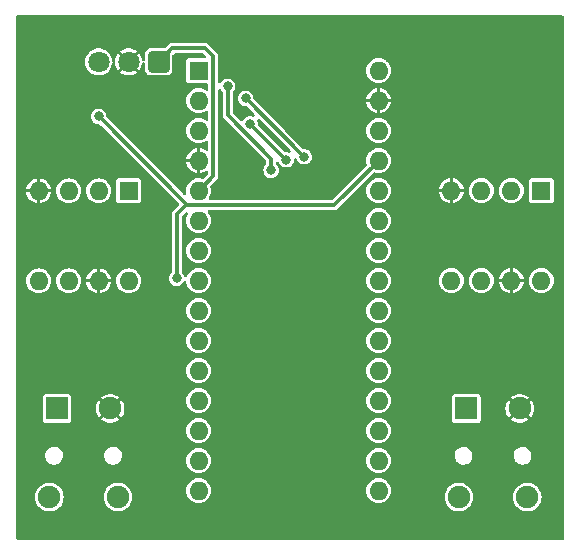
<source format=gtl>
%TF.GenerationSoftware,KiCad,Pcbnew,7.0.6*%
%TF.CreationDate,2024-01-21T00:28:06+01:00*%
%TF.ProjectId,ir_remote_control,69725f72-656d-46f7-9465-5f636f6e7472,rev?*%
%TF.SameCoordinates,PX3938700PY55d4a80*%
%TF.FileFunction,Copper,L1,Top*%
%TF.FilePolarity,Positive*%
%FSLAX46Y46*%
G04 Gerber Fmt 4.6, Leading zero omitted, Abs format (unit mm)*
G04 Created by KiCad (PCBNEW 7.0.6) date 2024-01-21 00:28:06*
%MOMM*%
%LPD*%
G01*
G04 APERTURE LIST*
G04 Aperture macros list*
%AMRoundRect*
0 Rectangle with rounded corners*
0 $1 Rounding radius*
0 $2 $3 $4 $5 $6 $7 $8 $9 X,Y pos of 4 corners*
0 Add a 4 corners polygon primitive as box body*
4,1,4,$2,$3,$4,$5,$6,$7,$8,$9,$2,$3,0*
0 Add four circle primitives for the rounded corners*
1,1,$1+$1,$2,$3*
1,1,$1+$1,$4,$5*
1,1,$1+$1,$6,$7*
1,1,$1+$1,$8,$9*
0 Add four rect primitives between the rounded corners*
20,1,$1+$1,$2,$3,$4,$5,0*
20,1,$1+$1,$4,$5,$6,$7,0*
20,1,$1+$1,$6,$7,$8,$9,0*
20,1,$1+$1,$8,$9,$2,$3,0*%
G04 Aperture macros list end*
%TA.AperFunction,ComponentPad*%
%ADD10R,1.900000X1.900000*%
%TD*%
%TA.AperFunction,ComponentPad*%
%ADD11C,1.900000*%
%TD*%
%TA.AperFunction,ComponentPad*%
%ADD12R,1.600000X1.600000*%
%TD*%
%TA.AperFunction,ComponentPad*%
%ADD13O,1.600000X1.600000*%
%TD*%
%TA.AperFunction,ComponentPad*%
%ADD14RoundRect,0.248400X0.651600X0.651600X-0.651600X0.651600X-0.651600X-0.651600X0.651600X-0.651600X0*%
%TD*%
%TA.AperFunction,ComponentPad*%
%ADD15C,1.800000*%
%TD*%
%TA.AperFunction,ViaPad*%
%ADD16C,0.800000*%
%TD*%
%TA.AperFunction,Conductor*%
%ADD17C,0.350000*%
%TD*%
G04 APERTURE END LIST*
D10*
%TO.P,J1,R*%
%TO.N,R_IN*%
X38450000Y11410000D03*
D11*
%TO.P,J1,S*%
%TO.N,GND*%
X42950000Y11410000D03*
%TO.P,J1,T*%
%TO.N,L_IN*%
X37800000Y3910000D03*
X43600000Y3910000D03*
%TD*%
D12*
%TO.P,A1,1,D1/TX*%
%TO.N,unconnected-(A1-D1{slash}TX-Pad1)*%
X15770000Y40017500D03*
D13*
%TO.P,A1,2,D0/RX*%
%TO.N,unconnected-(A1-D0{slash}RX-Pad2)*%
X15770000Y37477500D03*
%TO.P,A1,3,~{RESET}*%
%TO.N,unconnected-(A1-~{RESET}-Pad3)*%
X15770000Y34937500D03*
%TO.P,A1,4,GND*%
%TO.N,GND*%
X15770000Y32397500D03*
%TO.P,A1,5,D2*%
%TO.N,IR*%
X15770000Y29857500D03*
%TO.P,A1,6,D3*%
%TO.N,unconnected-(A1-D3-Pad6)*%
X15770000Y27317500D03*
%TO.P,A1,7,D4*%
%TO.N,unconnected-(A1-D4-Pad7)*%
X15770000Y24777500D03*
%TO.P,A1,8,D5*%
%TO.N,unconnected-(A1-D5-Pad8)*%
X15770000Y22237500D03*
%TO.P,A1,9,D6*%
%TO.N,unconnected-(A1-D6-Pad9)*%
X15770000Y19697500D03*
%TO.P,A1,10,D7*%
%TO.N,unconnected-(A1-D7-Pad10)*%
X15770000Y17157500D03*
%TO.P,A1,11,D8*%
%TO.N,unconnected-(A1-D8-Pad11)*%
X15770000Y14617500D03*
%TO.P,A1,12,D9*%
%TO.N,unconnected-(A1-D9-Pad12)*%
X15770000Y12077500D03*
%TO.P,A1,13,D10*%
%TO.N,CS*%
X15770000Y9537500D03*
%TO.P,A1,14,D11*%
%TO.N,SDIO*%
X15770000Y6997500D03*
%TO.P,A1,15,D12*%
%TO.N,unconnected-(A1-D12-Pad15)*%
X15770000Y4457500D03*
%TO.P,A1,16,D13*%
%TO.N,SCK*%
X31010000Y4457500D03*
%TO.P,A1,17,3V3*%
%TO.N,unconnected-(A1-3V3-Pad17)*%
X31010000Y6997500D03*
%TO.P,A1,18,AREF*%
%TO.N,unconnected-(A1-AREF-Pad18)*%
X31010000Y9537500D03*
%TO.P,A1,19,A0*%
%TO.N,unconnected-(A1-A0-Pad19)*%
X31010000Y12077500D03*
%TO.P,A1,20,A1*%
%TO.N,unconnected-(A1-A1-Pad20)*%
X31010000Y14617500D03*
%TO.P,A1,21,A2*%
%TO.N,unconnected-(A1-A2-Pad21)*%
X31010000Y17157500D03*
%TO.P,A1,22,A3*%
%TO.N,unconnected-(A1-A3-Pad22)*%
X31010000Y19697500D03*
%TO.P,A1,23,A4*%
%TO.N,unconnected-(A1-A4-Pad23)*%
X31010000Y22237500D03*
%TO.P,A1,24,A5*%
%TO.N,unconnected-(A1-A5-Pad24)*%
X31010000Y24777500D03*
%TO.P,A1,25,A6*%
%TO.N,unconnected-(A1-A6-Pad25)*%
X31010000Y27317500D03*
%TO.P,A1,26,A7*%
%TO.N,unconnected-(A1-A7-Pad26)*%
X31010000Y29857500D03*
%TO.P,A1,27,+5V*%
%TO.N,+5V*%
X31010000Y32397500D03*
%TO.P,A1,28,~{RESET}*%
%TO.N,unconnected-(A1-~{RESET}-Pad28)*%
X31010000Y34937500D03*
%TO.P,A1,29,GND*%
%TO.N,GND*%
X31010000Y37477500D03*
%TO.P,A1,30,VIN*%
%TO.N,unconnected-(A1-VIN-Pad30)*%
X31010000Y40017500D03*
%TD*%
D10*
%TO.P,J2,R*%
%TO.N,R_OUT*%
X3790000Y11410000D03*
D11*
%TO.P,J2,S*%
%TO.N,GND*%
X8290000Y11410000D03*
%TO.P,J2,T*%
%TO.N,L_OUT*%
X3140000Y3910000D03*
X8940000Y3910000D03*
%TD*%
D12*
%TO.P,U1,1,~{CS}*%
%TO.N,CS*%
X9850000Y29847500D03*
D13*
%TO.P,U1,2,SCK*%
%TO.N,SCK*%
X7310000Y29847500D03*
%TO.P,U1,3,SI*%
%TO.N,SDIO*%
X4770000Y29847500D03*
%TO.P,U1,4,VSS*%
%TO.N,GND*%
X2230000Y29847500D03*
%TO.P,U1,5,PA0*%
%TO.N,Net-(U1-PA0)*%
X2230000Y22227500D03*
%TO.P,U1,6,PW0*%
%TO.N,Net-(U1-PW0)*%
X4770000Y22227500D03*
%TO.P,U1,7,PB0*%
%TO.N,GND*%
X7310000Y22227500D03*
%TO.P,U1,8,VDD*%
%TO.N,+5V*%
X9850000Y22227500D03*
%TD*%
D12*
%TO.P,U2,1,~{CS}*%
%TO.N,CS*%
X44785000Y29857500D03*
D13*
%TO.P,U2,2,SCK*%
%TO.N,SCK*%
X42245000Y29857500D03*
%TO.P,U2,3,SI*%
%TO.N,SDIO*%
X39705000Y29857500D03*
%TO.P,U2,4,VSS*%
%TO.N,GND*%
X37165000Y29857500D03*
%TO.P,U2,5,PA0*%
%TO.N,Net-(U2-PA0)*%
X37165000Y22237500D03*
%TO.P,U2,6,PW0*%
%TO.N,Net-(U2-PW0)*%
X39705000Y22237500D03*
%TO.P,U2,7,PB0*%
%TO.N,GND*%
X42245000Y22237500D03*
%TO.P,U2,8,VDD*%
%TO.N,+5V*%
X44785000Y22237500D03*
%TD*%
D14*
%TO.P,U3,1,OUT*%
%TO.N,IR*%
X12390000Y40767000D03*
D15*
%TO.P,U3,2,GND*%
%TO.N,GND*%
X9850000Y40767000D03*
%TO.P,U3,3,Vs*%
%TO.N,+5V*%
X7310000Y40767000D03*
%TD*%
D16*
%TO.N,GND*%
X34615000Y31707000D03*
X9596000Y36774500D03*
X10993000Y38298500D03*
X10866000Y24595000D03*
X12390000Y25992000D03*
%TO.N,SCK*%
X19756000Y37676000D03*
X24709000Y32723000D03*
%TO.N,CS*%
X21915000Y31580000D03*
%TO.N,SDIO*%
X23185000Y32469000D03*
X20137000Y35517000D03*
%TO.N,CS*%
X18232000Y38692000D03*
%TO.N,+5V*%
X13914000Y22436000D03*
X7310000Y36139500D03*
%TD*%
D17*
%TO.N,+5V*%
X14702500Y28747000D02*
X7310000Y36139500D01*
X14702500Y28632500D02*
X14702500Y28747000D01*
%TO.N,IR*%
X13545500Y41922500D02*
X12390000Y40767000D01*
X16315000Y41922500D02*
X13545500Y41922500D01*
%TO.N,SCK*%
X24709000Y32723000D02*
X19756000Y37676000D01*
%TO.N,CS*%
X18232000Y36255273D02*
X21915000Y32572273D01*
X21915000Y32572273D02*
X21915000Y31580000D01*
X18232000Y38692000D02*
X18232000Y36255273D01*
%TO.N,SDIO*%
X20137000Y35517000D02*
X20126500Y35527500D01*
X23185000Y32469000D02*
X20137000Y35517000D01*
%TO.N,+5V*%
X13914000Y27844000D02*
X13914000Y22436000D01*
X14702500Y28632500D02*
X13914000Y27844000D01*
X27245000Y28632500D02*
X14702500Y28632500D01*
X31010000Y32397500D02*
X27245000Y28632500D01*
%TO.N,IR*%
X16995000Y41242500D02*
X16315000Y41922500D01*
X16995000Y31082500D02*
X16995000Y41242500D01*
X15770000Y29857500D02*
X16995000Y31082500D01*
%TD*%
%TA.AperFunction,Conductor*%
%TO.N,GND*%
G36*
X46642539Y44679815D02*
G01*
X46688294Y44627011D01*
X46699500Y44575500D01*
X46699500Y424500D01*
X46679815Y357461D01*
X46627011Y311706D01*
X46575500Y300500D01*
X424500Y300500D01*
X357461Y320185D01*
X311706Y372989D01*
X300500Y424500D01*
X300500Y3910000D01*
X1934357Y3910000D01*
X1954884Y3688465D01*
X1954885Y3688463D01*
X2015769Y3474477D01*
X2015775Y3474462D01*
X2114938Y3275317D01*
X2114943Y3275309D01*
X2249020Y3097762D01*
X2413437Y2947877D01*
X2413439Y2947875D01*
X2602595Y2830755D01*
X2602596Y2830755D01*
X2602599Y2830753D01*
X2810060Y2750382D01*
X3028757Y2709500D01*
X3028759Y2709500D01*
X3251241Y2709500D01*
X3251243Y2709500D01*
X3469940Y2750382D01*
X3677401Y2830753D01*
X3866562Y2947876D01*
X4030981Y3097764D01*
X4165058Y3275311D01*
X4264229Y3474472D01*
X4325115Y3688464D01*
X4345643Y3910000D01*
X7734357Y3910000D01*
X7754884Y3688465D01*
X7754885Y3688463D01*
X7815769Y3474477D01*
X7815775Y3474462D01*
X7914938Y3275317D01*
X7914943Y3275309D01*
X8049020Y3097762D01*
X8213437Y2947877D01*
X8213439Y2947875D01*
X8402595Y2830755D01*
X8402596Y2830755D01*
X8402599Y2830753D01*
X8610060Y2750382D01*
X8828757Y2709500D01*
X8828759Y2709500D01*
X9051241Y2709500D01*
X9051243Y2709500D01*
X9269940Y2750382D01*
X9477401Y2830753D01*
X9666562Y2947876D01*
X9830981Y3097764D01*
X9965058Y3275311D01*
X10064229Y3474472D01*
X10125115Y3688464D01*
X10145643Y3910000D01*
X10125115Y4131536D01*
X10064229Y4345528D01*
X10064224Y4345539D01*
X10008474Y4457500D01*
X14714417Y4457500D01*
X14734699Y4251568D01*
X14734700Y4251566D01*
X14794768Y4053546D01*
X14892315Y3871050D01*
X14892317Y3871048D01*
X15023589Y3711090D01*
X15051161Y3688463D01*
X15183550Y3579815D01*
X15366046Y3482268D01*
X15564066Y3422200D01*
X15564065Y3422200D01*
X15582529Y3420382D01*
X15770000Y3401917D01*
X15975934Y3422200D01*
X16173954Y3482268D01*
X16356450Y3579815D01*
X16516410Y3711090D01*
X16647685Y3871050D01*
X16745232Y4053546D01*
X16805300Y4251566D01*
X16825583Y4457500D01*
X29954417Y4457500D01*
X29974699Y4251568D01*
X29974700Y4251566D01*
X30034768Y4053546D01*
X30132315Y3871050D01*
X30132317Y3871048D01*
X30263589Y3711090D01*
X30291161Y3688463D01*
X30423550Y3579815D01*
X30606046Y3482268D01*
X30804066Y3422200D01*
X30804065Y3422200D01*
X30822529Y3420382D01*
X31010000Y3401917D01*
X31215934Y3422200D01*
X31413954Y3482268D01*
X31596450Y3579815D01*
X31756410Y3711090D01*
X31887685Y3871050D01*
X31908504Y3910000D01*
X36594357Y3910000D01*
X36614884Y3688465D01*
X36614885Y3688463D01*
X36675769Y3474477D01*
X36675775Y3474462D01*
X36774938Y3275317D01*
X36774943Y3275309D01*
X36909020Y3097762D01*
X37073437Y2947877D01*
X37073439Y2947875D01*
X37262595Y2830755D01*
X37262596Y2830755D01*
X37262599Y2830753D01*
X37470060Y2750382D01*
X37688757Y2709500D01*
X37688759Y2709500D01*
X37911241Y2709500D01*
X37911243Y2709500D01*
X38129940Y2750382D01*
X38337401Y2830753D01*
X38526562Y2947876D01*
X38690981Y3097764D01*
X38825058Y3275311D01*
X38924229Y3474472D01*
X38985115Y3688464D01*
X39005643Y3910000D01*
X42394357Y3910000D01*
X42414884Y3688465D01*
X42414885Y3688463D01*
X42475769Y3474477D01*
X42475775Y3474462D01*
X42574938Y3275317D01*
X42574943Y3275309D01*
X42709020Y3097762D01*
X42873437Y2947877D01*
X42873439Y2947875D01*
X43062595Y2830755D01*
X43062596Y2830755D01*
X43062599Y2830753D01*
X43270060Y2750382D01*
X43488757Y2709500D01*
X43488759Y2709500D01*
X43711241Y2709500D01*
X43711243Y2709500D01*
X43929940Y2750382D01*
X44137401Y2830753D01*
X44326562Y2947876D01*
X44490981Y3097764D01*
X44625058Y3275311D01*
X44724229Y3474472D01*
X44785115Y3688464D01*
X44805643Y3910000D01*
X44785115Y4131536D01*
X44724229Y4345528D01*
X44724224Y4345539D01*
X44625061Y4544684D01*
X44625056Y4544692D01*
X44490979Y4722239D01*
X44326562Y4872124D01*
X44326560Y4872126D01*
X44137404Y4989246D01*
X44137398Y4989248D01*
X43929940Y5069618D01*
X43711243Y5110500D01*
X43488757Y5110500D01*
X43270060Y5069618D01*
X43138864Y5018793D01*
X43062601Y4989248D01*
X43062595Y4989246D01*
X42873439Y4872126D01*
X42873437Y4872124D01*
X42709020Y4722239D01*
X42574943Y4544692D01*
X42574938Y4544684D01*
X42475775Y4345539D01*
X42475769Y4345524D01*
X42414885Y4131538D01*
X42414884Y4131536D01*
X42394357Y3910001D01*
X42394357Y3910000D01*
X39005643Y3910000D01*
X38985115Y4131536D01*
X38924229Y4345528D01*
X38924224Y4345539D01*
X38825061Y4544684D01*
X38825056Y4544692D01*
X38690979Y4722239D01*
X38526562Y4872124D01*
X38526560Y4872126D01*
X38337404Y4989246D01*
X38337398Y4989248D01*
X38129940Y5069618D01*
X37911243Y5110500D01*
X37688757Y5110500D01*
X37470060Y5069618D01*
X37338864Y5018793D01*
X37262601Y4989248D01*
X37262595Y4989246D01*
X37073439Y4872126D01*
X37073437Y4872124D01*
X36909020Y4722239D01*
X36774943Y4544692D01*
X36774938Y4544684D01*
X36675775Y4345539D01*
X36675769Y4345524D01*
X36614885Y4131538D01*
X36614884Y4131536D01*
X36594357Y3910001D01*
X36594357Y3910000D01*
X31908504Y3910000D01*
X31985232Y4053546D01*
X32045300Y4251566D01*
X32065583Y4457500D01*
X32045300Y4663434D01*
X31985232Y4861454D01*
X31887685Y5043950D01*
X31833069Y5110500D01*
X31756410Y5203911D01*
X31596452Y5335183D01*
X31596453Y5335183D01*
X31596450Y5335185D01*
X31413954Y5432732D01*
X31215934Y5492800D01*
X31215932Y5492801D01*
X31215934Y5492801D01*
X31028463Y5511265D01*
X31010000Y5513083D01*
X31009999Y5513083D01*
X30804067Y5492801D01*
X30606043Y5432731D01*
X30495898Y5373857D01*
X30423550Y5335185D01*
X30423548Y5335184D01*
X30423547Y5335183D01*
X30263589Y5203911D01*
X30132317Y5043953D01*
X30034769Y4861457D01*
X29974699Y4663433D01*
X29954417Y4457500D01*
X16825583Y4457500D01*
X16805300Y4663434D01*
X16745232Y4861454D01*
X16647685Y5043950D01*
X16593069Y5110500D01*
X16516410Y5203911D01*
X16356452Y5335183D01*
X16356453Y5335183D01*
X16356450Y5335185D01*
X16173954Y5432732D01*
X15975934Y5492800D01*
X15975932Y5492801D01*
X15975934Y5492801D01*
X15770000Y5513083D01*
X15564067Y5492801D01*
X15366043Y5432731D01*
X15255898Y5373857D01*
X15183550Y5335185D01*
X15183548Y5335184D01*
X15183547Y5335183D01*
X15023589Y5203911D01*
X14892317Y5043953D01*
X14794769Y4861457D01*
X14734699Y4663433D01*
X14714417Y4457500D01*
X10008474Y4457500D01*
X9965061Y4544684D01*
X9965056Y4544692D01*
X9830979Y4722239D01*
X9666562Y4872124D01*
X9666560Y4872126D01*
X9477404Y4989246D01*
X9477398Y4989248D01*
X9269940Y5069618D01*
X9051243Y5110500D01*
X8828757Y5110500D01*
X8610060Y5069618D01*
X8478864Y5018793D01*
X8402601Y4989248D01*
X8402595Y4989246D01*
X8213439Y4872126D01*
X8213437Y4872124D01*
X8049020Y4722239D01*
X7914943Y4544692D01*
X7914938Y4544684D01*
X7815775Y4345539D01*
X7815769Y4345524D01*
X7754885Y4131538D01*
X7754884Y4131536D01*
X7734357Y3910001D01*
X7734357Y3910000D01*
X4345643Y3910000D01*
X4325115Y4131536D01*
X4264229Y4345528D01*
X4264224Y4345539D01*
X4165061Y4544684D01*
X4165056Y4544692D01*
X4030979Y4722239D01*
X3866562Y4872124D01*
X3866560Y4872126D01*
X3677404Y4989246D01*
X3677398Y4989248D01*
X3469940Y5069618D01*
X3251243Y5110500D01*
X3028757Y5110500D01*
X2810060Y5069618D01*
X2678864Y5018793D01*
X2602601Y4989248D01*
X2602595Y4989246D01*
X2413439Y4872126D01*
X2413437Y4872124D01*
X2249020Y4722239D01*
X2114943Y4544692D01*
X2114938Y4544684D01*
X2015775Y4345539D01*
X2015769Y4345524D01*
X1954885Y4131538D01*
X1954884Y4131536D01*
X1934357Y3910001D01*
X1934357Y3910000D01*
X300500Y3910000D01*
X300500Y7366067D01*
X2785668Y7366067D01*
X2801058Y7278790D01*
X2816135Y7193289D01*
X2885623Y7032196D01*
X2885624Y7032194D01*
X2885626Y7032191D01*
X2911453Y6997500D01*
X2990390Y6891470D01*
X3124786Y6778698D01*
X3202488Y6739675D01*
X3281562Y6699962D01*
X3281563Y6699962D01*
X3281567Y6699960D01*
X3452279Y6659500D01*
X3452282Y6659500D01*
X3583701Y6659500D01*
X3583709Y6659500D01*
X3714255Y6674759D01*
X3879117Y6734763D01*
X4025696Y6831170D01*
X4146092Y6958782D01*
X4233812Y7110719D01*
X4284130Y7278790D01*
X4289213Y7366067D01*
X7785668Y7366067D01*
X7801058Y7278790D01*
X7816135Y7193289D01*
X7885623Y7032196D01*
X7885624Y7032194D01*
X7885626Y7032191D01*
X7911453Y6997500D01*
X7990390Y6891470D01*
X8124786Y6778698D01*
X8202488Y6739675D01*
X8281562Y6699962D01*
X8281563Y6699962D01*
X8281567Y6699960D01*
X8452279Y6659500D01*
X8452282Y6659500D01*
X8583701Y6659500D01*
X8583709Y6659500D01*
X8714255Y6674759D01*
X8879117Y6734763D01*
X9025696Y6831170D01*
X9146092Y6958782D01*
X9168446Y6997500D01*
X14714417Y6997500D01*
X14734699Y6791568D01*
X14734700Y6791566D01*
X14794768Y6593546D01*
X14892315Y6411050D01*
X14892317Y6411048D01*
X15023589Y6251090D01*
X15120209Y6171798D01*
X15183550Y6119815D01*
X15366046Y6022268D01*
X15564066Y5962200D01*
X15564065Y5962200D01*
X15582529Y5960382D01*
X15770000Y5941917D01*
X15975934Y5962200D01*
X16173954Y6022268D01*
X16356450Y6119815D01*
X16516410Y6251090D01*
X16647685Y6411050D01*
X16745232Y6593546D01*
X16805300Y6791566D01*
X16825583Y6997500D01*
X16825583Y6997501D01*
X29954417Y6997501D01*
X29974699Y6791568D01*
X29974700Y6791566D01*
X30034768Y6593546D01*
X30132315Y6411050D01*
X30132317Y6411048D01*
X30263589Y6251090D01*
X30360209Y6171798D01*
X30423550Y6119815D01*
X30606046Y6022268D01*
X30804066Y5962200D01*
X30804065Y5962200D01*
X30824348Y5960203D01*
X31010000Y5941917D01*
X31215934Y5962200D01*
X31413954Y6022268D01*
X31596450Y6119815D01*
X31756410Y6251090D01*
X31887685Y6411050D01*
X31985232Y6593546D01*
X32045300Y6791566D01*
X32065583Y6997500D01*
X32045300Y7203434D01*
X31995966Y7366067D01*
X37445668Y7366067D01*
X37461058Y7278790D01*
X37476135Y7193289D01*
X37545623Y7032196D01*
X37545624Y7032194D01*
X37545626Y7032191D01*
X37571453Y6997500D01*
X37650390Y6891470D01*
X37784786Y6778698D01*
X37862488Y6739675D01*
X37941562Y6699962D01*
X37941563Y6699962D01*
X37941567Y6699960D01*
X38112279Y6659500D01*
X38112282Y6659500D01*
X38243701Y6659500D01*
X38243709Y6659500D01*
X38374255Y6674759D01*
X38539117Y6734763D01*
X38685696Y6831170D01*
X38806092Y6958782D01*
X38893812Y7110719D01*
X38944130Y7278790D01*
X38949213Y7366067D01*
X42445668Y7366067D01*
X42461058Y7278790D01*
X42476135Y7193289D01*
X42545623Y7032196D01*
X42545624Y7032194D01*
X42545626Y7032191D01*
X42571453Y6997500D01*
X42650390Y6891470D01*
X42784786Y6778698D01*
X42862488Y6739675D01*
X42941562Y6699962D01*
X42941563Y6699962D01*
X42941567Y6699960D01*
X43112279Y6659500D01*
X43112282Y6659500D01*
X43243701Y6659500D01*
X43243709Y6659500D01*
X43374255Y6674759D01*
X43539117Y6734763D01*
X43685696Y6831170D01*
X43806092Y6958782D01*
X43893812Y7110719D01*
X43944130Y7278790D01*
X43954331Y7453935D01*
X43923865Y7626711D01*
X43854377Y7787804D01*
X43749610Y7928530D01*
X43696933Y7972731D01*
X43615214Y8041302D01*
X43615212Y8041303D01*
X43458437Y8120039D01*
X43458433Y8120040D01*
X43287721Y8160500D01*
X43156291Y8160500D01*
X43051854Y8148293D01*
X43025743Y8145241D01*
X43025740Y8145240D01*
X42860884Y8085238D01*
X42860880Y8085236D01*
X42714306Y7988833D01*
X42714305Y7988832D01*
X42593910Y7861222D01*
X42506188Y7709282D01*
X42455870Y7541211D01*
X42455869Y7541206D01*
X42445668Y7366067D01*
X38949213Y7366067D01*
X38954331Y7453935D01*
X38923865Y7626711D01*
X38854377Y7787804D01*
X38749610Y7928530D01*
X38696933Y7972731D01*
X38615214Y8041302D01*
X38615212Y8041303D01*
X38458437Y8120039D01*
X38458433Y8120040D01*
X38287721Y8160500D01*
X38156291Y8160500D01*
X38051854Y8148293D01*
X38025743Y8145241D01*
X38025740Y8145240D01*
X37860884Y8085238D01*
X37860880Y8085236D01*
X37714306Y7988833D01*
X37714305Y7988832D01*
X37593910Y7861222D01*
X37506188Y7709282D01*
X37455870Y7541211D01*
X37455869Y7541206D01*
X37445668Y7366067D01*
X31995966Y7366067D01*
X31985232Y7401454D01*
X31887685Y7583950D01*
X31835702Y7647291D01*
X31756410Y7743911D01*
X31596452Y7875183D01*
X31596453Y7875183D01*
X31596450Y7875185D01*
X31413954Y7972732D01*
X31215934Y8032800D01*
X31215932Y8032801D01*
X31215934Y8032801D01*
X31010000Y8053083D01*
X30804067Y8032801D01*
X30606043Y7972731D01*
X30495898Y7913857D01*
X30423550Y7875185D01*
X30423548Y7875184D01*
X30423547Y7875183D01*
X30263589Y7743911D01*
X30132317Y7583953D01*
X30034769Y7401457D01*
X29974699Y7203433D01*
X29954417Y6997501D01*
X16825583Y6997501D01*
X16805300Y7203434D01*
X16745232Y7401454D01*
X16647685Y7583950D01*
X16595702Y7647291D01*
X16516410Y7743911D01*
X16356452Y7875183D01*
X16356453Y7875183D01*
X16356450Y7875185D01*
X16173954Y7972732D01*
X15975934Y8032800D01*
X15975932Y8032801D01*
X15975934Y8032801D01*
X15788463Y8051265D01*
X15770000Y8053083D01*
X15769999Y8053083D01*
X15564067Y8032801D01*
X15366043Y7972731D01*
X15255898Y7913857D01*
X15183550Y7875185D01*
X15183548Y7875184D01*
X15183547Y7875183D01*
X15023589Y7743911D01*
X14892317Y7583953D01*
X14794769Y7401457D01*
X14734699Y7203433D01*
X14714417Y6997500D01*
X9168446Y6997500D01*
X9233812Y7110719D01*
X9284130Y7278790D01*
X9294331Y7453935D01*
X9263865Y7626711D01*
X9194377Y7787804D01*
X9089610Y7928530D01*
X9036933Y7972731D01*
X8955214Y8041302D01*
X8955212Y8041303D01*
X8798437Y8120039D01*
X8798433Y8120040D01*
X8627721Y8160500D01*
X8496291Y8160500D01*
X8391854Y8148293D01*
X8365743Y8145241D01*
X8365740Y8145240D01*
X8200884Y8085238D01*
X8200880Y8085236D01*
X8054306Y7988833D01*
X8054305Y7988832D01*
X7933910Y7861222D01*
X7846188Y7709282D01*
X7795870Y7541211D01*
X7795869Y7541206D01*
X7785668Y7366067D01*
X4289213Y7366067D01*
X4294331Y7453935D01*
X4263865Y7626711D01*
X4194377Y7787804D01*
X4089610Y7928530D01*
X4036933Y7972731D01*
X3955214Y8041302D01*
X3955212Y8041303D01*
X3798437Y8120039D01*
X3798433Y8120040D01*
X3627721Y8160500D01*
X3496291Y8160500D01*
X3391854Y8148293D01*
X3365743Y8145241D01*
X3365740Y8145240D01*
X3200884Y8085238D01*
X3200880Y8085236D01*
X3054306Y7988833D01*
X3054305Y7988832D01*
X2933910Y7861222D01*
X2846188Y7709282D01*
X2795870Y7541211D01*
X2795869Y7541206D01*
X2785668Y7366067D01*
X300500Y7366067D01*
X300500Y9537500D01*
X14714417Y9537500D01*
X14734699Y9331568D01*
X14734700Y9331566D01*
X14794768Y9133546D01*
X14892315Y8951050D01*
X14892317Y8951048D01*
X15023589Y8791090D01*
X15120209Y8711798D01*
X15183550Y8659815D01*
X15366046Y8562268D01*
X15564066Y8502200D01*
X15564065Y8502200D01*
X15584347Y8500203D01*
X15770000Y8481917D01*
X15975934Y8502200D01*
X16173954Y8562268D01*
X16356450Y8659815D01*
X16516410Y8791090D01*
X16647685Y8951050D01*
X16745232Y9133546D01*
X16805300Y9331566D01*
X16825583Y9537500D01*
X16825583Y9537501D01*
X29954417Y9537501D01*
X29974699Y9331568D01*
X29974700Y9331566D01*
X30034768Y9133546D01*
X30132315Y8951050D01*
X30132317Y8951048D01*
X30263589Y8791090D01*
X30360209Y8711798D01*
X30423550Y8659815D01*
X30606046Y8562268D01*
X30804066Y8502200D01*
X30804065Y8502200D01*
X30822529Y8500382D01*
X31010000Y8481917D01*
X31215934Y8502200D01*
X31413954Y8562268D01*
X31596450Y8659815D01*
X31756410Y8791090D01*
X31887685Y8951050D01*
X31985232Y9133546D01*
X32045300Y9331566D01*
X32065583Y9537500D01*
X32045300Y9743434D01*
X31985232Y9941454D01*
X31887685Y10123950D01*
X31835702Y10187291D01*
X31756410Y10283911D01*
X31596452Y10415183D01*
X31596453Y10415183D01*
X31596450Y10415185D01*
X31558777Y10435322D01*
X37249500Y10435322D01*
X37264032Y10362265D01*
X37264033Y10362261D01*
X37264034Y10362260D01*
X37319399Y10279399D01*
X37402260Y10224034D01*
X37402264Y10224033D01*
X37475321Y10209501D01*
X37475324Y10209500D01*
X37475326Y10209500D01*
X39424676Y10209500D01*
X39424677Y10209501D01*
X39497740Y10224034D01*
X39580601Y10279399D01*
X39635966Y10362260D01*
X39650500Y10435326D01*
X39650500Y11410000D01*
X41744859Y11410000D01*
X41765378Y11188561D01*
X41826240Y10974650D01*
X41925364Y10775581D01*
X41925369Y10775573D01*
X42017197Y10653975D01*
X42445323Y11082101D01*
X42522075Y10982075D01*
X42622099Y10905324D01*
X42193040Y10476265D01*
X42223741Y10448277D01*
X42412820Y10331203D01*
X42412822Y10331202D01*
X42620195Y10250866D01*
X42838807Y10210000D01*
X43061193Y10210000D01*
X43279804Y10250866D01*
X43487177Y10331202D01*
X43487179Y10331203D01*
X43676258Y10448276D01*
X43676258Y10448277D01*
X43706959Y10476265D01*
X43277899Y10905324D01*
X43377925Y10982075D01*
X43454677Y11082100D01*
X43882801Y10653976D01*
X43974630Y10775573D01*
X43974635Y10775581D01*
X44073759Y10974650D01*
X44134621Y11188561D01*
X44155141Y11410000D01*
X44155141Y11410001D01*
X44134621Y11631440D01*
X44073759Y11845351D01*
X43974635Y12044420D01*
X43974630Y12044428D01*
X43882801Y12166027D01*
X43454675Y11737901D01*
X43377925Y11837925D01*
X43277899Y11914677D01*
X43706959Y12343737D01*
X43676258Y12371724D01*
X43487179Y12488798D01*
X43487177Y12488799D01*
X43279804Y12569135D01*
X43061193Y12610000D01*
X42838807Y12610000D01*
X42620195Y12569135D01*
X42412822Y12488799D01*
X42412820Y12488798D01*
X42223738Y12371722D01*
X42223737Y12371722D01*
X42193040Y12343738D01*
X42193040Y12343737D01*
X42622100Y11914677D01*
X42522075Y11837925D01*
X42445323Y11737901D01*
X42017197Y12166027D01*
X41925368Y12044426D01*
X41826240Y11845351D01*
X41765378Y11631440D01*
X41744859Y11410001D01*
X41744859Y11410000D01*
X39650500Y11410000D01*
X39650500Y12384674D01*
X39650500Y12384677D01*
X39650499Y12384679D01*
X39635967Y12457736D01*
X39635966Y12457740D01*
X39615213Y12488799D01*
X39580601Y12540601D01*
X39497740Y12595966D01*
X39497739Y12595967D01*
X39497735Y12595968D01*
X39424677Y12610500D01*
X39424674Y12610500D01*
X37475326Y12610500D01*
X37475323Y12610500D01*
X37402264Y12595968D01*
X37402260Y12595967D01*
X37319399Y12540601D01*
X37264033Y12457740D01*
X37264032Y12457736D01*
X37249500Y12384679D01*
X37249500Y10435322D01*
X31558777Y10435322D01*
X31413954Y10512732D01*
X31215934Y10572800D01*
X31215932Y10572801D01*
X31215934Y10572801D01*
X31028463Y10591265D01*
X31010000Y10593083D01*
X31009999Y10593083D01*
X30804067Y10572801D01*
X30606043Y10512731D01*
X30495898Y10453857D01*
X30423550Y10415185D01*
X30423548Y10415184D01*
X30423547Y10415183D01*
X30263589Y10283911D01*
X30132317Y10123953D01*
X30034769Y9941457D01*
X29974699Y9743433D01*
X29954417Y9537501D01*
X16825583Y9537501D01*
X16805300Y9743434D01*
X16745232Y9941454D01*
X16647685Y10123950D01*
X16595702Y10187291D01*
X16516410Y10283911D01*
X16356452Y10415183D01*
X16356453Y10415183D01*
X16356450Y10415185D01*
X16173954Y10512732D01*
X15975934Y10572800D01*
X15975932Y10572801D01*
X15975934Y10572801D01*
X15770000Y10593083D01*
X15564067Y10572801D01*
X15366043Y10512731D01*
X15255898Y10453857D01*
X15183550Y10415185D01*
X15183548Y10415184D01*
X15183547Y10415183D01*
X15023589Y10283911D01*
X14892317Y10123953D01*
X14794769Y9941457D01*
X14734699Y9743433D01*
X14714417Y9537500D01*
X300500Y9537500D01*
X300500Y10435322D01*
X2589500Y10435322D01*
X2604032Y10362265D01*
X2604033Y10362261D01*
X2604034Y10362260D01*
X2659399Y10279399D01*
X2742259Y10224035D01*
X2742260Y10224034D01*
X2742264Y10224033D01*
X2815321Y10209501D01*
X2815324Y10209500D01*
X2815326Y10209500D01*
X4764676Y10209500D01*
X4764677Y10209501D01*
X4837740Y10224034D01*
X4920601Y10279399D01*
X4975966Y10362260D01*
X4990500Y10435326D01*
X4990500Y11410000D01*
X7084859Y11410000D01*
X7105378Y11188561D01*
X7166240Y10974650D01*
X7265364Y10775581D01*
X7265369Y10775573D01*
X7357197Y10653975D01*
X7785323Y11082101D01*
X7862075Y10982075D01*
X7962099Y10905324D01*
X7533040Y10476265D01*
X7563741Y10448277D01*
X7752820Y10331203D01*
X7752822Y10331202D01*
X7960195Y10250866D01*
X8178807Y10210000D01*
X8401193Y10210000D01*
X8619804Y10250866D01*
X8827177Y10331202D01*
X8827179Y10331203D01*
X9016258Y10448276D01*
X9016258Y10448277D01*
X9046959Y10476265D01*
X8617899Y10905324D01*
X8717925Y10982075D01*
X8794677Y11082100D01*
X9222801Y10653976D01*
X9314630Y10775573D01*
X9314635Y10775581D01*
X9413759Y10974650D01*
X9474621Y11188561D01*
X9495141Y11410000D01*
X9495141Y11410001D01*
X9474621Y11631440D01*
X9413759Y11845351D01*
X9314635Y12044420D01*
X9314630Y12044428D01*
X9289655Y12077500D01*
X14714417Y12077500D01*
X14734699Y11871568D01*
X14734700Y11871566D01*
X14794768Y11673546D01*
X14892315Y11491050D01*
X14892317Y11491048D01*
X15023589Y11331090D01*
X15118294Y11253369D01*
X15183550Y11199815D01*
X15366046Y11102268D01*
X15564066Y11042200D01*
X15564065Y11042200D01*
X15582529Y11040382D01*
X15770000Y11021917D01*
X15975934Y11042200D01*
X16173954Y11102268D01*
X16356450Y11199815D01*
X16516410Y11331090D01*
X16647685Y11491050D01*
X16745232Y11673546D01*
X16805300Y11871566D01*
X16825583Y12077500D01*
X29954417Y12077500D01*
X29974699Y11871568D01*
X29974700Y11871566D01*
X30034768Y11673546D01*
X30132315Y11491050D01*
X30132317Y11491048D01*
X30263589Y11331090D01*
X30358294Y11253369D01*
X30423550Y11199815D01*
X30606046Y11102268D01*
X30804066Y11042200D01*
X30804065Y11042200D01*
X30824347Y11040203D01*
X31010000Y11021917D01*
X31215934Y11042200D01*
X31413954Y11102268D01*
X31596450Y11199815D01*
X31756410Y11331090D01*
X31887685Y11491050D01*
X31985232Y11673546D01*
X32045300Y11871566D01*
X32065583Y12077500D01*
X32045300Y12283434D01*
X31985232Y12481454D01*
X31887685Y12663950D01*
X31835702Y12727291D01*
X31756410Y12823911D01*
X31596452Y12955183D01*
X31596453Y12955183D01*
X31596450Y12955185D01*
X31413954Y13052732D01*
X31215934Y13112800D01*
X31215932Y13112801D01*
X31215934Y13112801D01*
X31010000Y13133083D01*
X30804067Y13112801D01*
X30606043Y13052731D01*
X30495898Y12993857D01*
X30423550Y12955185D01*
X30423548Y12955184D01*
X30423547Y12955183D01*
X30263589Y12823911D01*
X30132317Y12663953D01*
X30132315Y12663950D01*
X30093643Y12591603D01*
X30034769Y12481457D01*
X29974699Y12283433D01*
X29954417Y12077500D01*
X16825583Y12077500D01*
X16805300Y12283434D01*
X16745232Y12481454D01*
X16647685Y12663950D01*
X16595702Y12727291D01*
X16516410Y12823911D01*
X16356452Y12955183D01*
X16356453Y12955183D01*
X16356450Y12955185D01*
X16173954Y13052732D01*
X15975934Y13112800D01*
X15975932Y13112801D01*
X15975934Y13112801D01*
X15770000Y13133083D01*
X15564067Y13112801D01*
X15366043Y13052731D01*
X15255898Y12993857D01*
X15183550Y12955185D01*
X15183548Y12955184D01*
X15183547Y12955183D01*
X15023589Y12823911D01*
X14892317Y12663953D01*
X14892315Y12663950D01*
X14853643Y12591603D01*
X14794769Y12481457D01*
X14734699Y12283433D01*
X14714417Y12077500D01*
X9289655Y12077500D01*
X9222801Y12166027D01*
X8794675Y11737901D01*
X8717925Y11837925D01*
X8617899Y11914677D01*
X9046959Y12343737D01*
X9016258Y12371724D01*
X8827179Y12488798D01*
X8827177Y12488799D01*
X8619804Y12569135D01*
X8401193Y12610000D01*
X8178807Y12610000D01*
X7960195Y12569135D01*
X7752822Y12488799D01*
X7752820Y12488798D01*
X7563738Y12371722D01*
X7563737Y12371722D01*
X7533040Y12343738D01*
X7533040Y12343737D01*
X7962100Y11914677D01*
X7862075Y11837925D01*
X7785323Y11737901D01*
X7357197Y12166027D01*
X7265368Y12044426D01*
X7166240Y11845351D01*
X7105378Y11631440D01*
X7084859Y11410001D01*
X7084859Y11410000D01*
X4990500Y11410000D01*
X4990500Y12384674D01*
X4990500Y12384677D01*
X4990499Y12384679D01*
X4975967Y12457736D01*
X4975966Y12457740D01*
X4955213Y12488799D01*
X4920601Y12540601D01*
X4837740Y12595966D01*
X4837739Y12595967D01*
X4837735Y12595968D01*
X4764677Y12610500D01*
X4764674Y12610500D01*
X2815326Y12610500D01*
X2815323Y12610500D01*
X2742264Y12595968D01*
X2742260Y12595967D01*
X2659399Y12540601D01*
X2604033Y12457740D01*
X2604032Y12457736D01*
X2589500Y12384679D01*
X2589500Y10435322D01*
X300500Y10435322D01*
X300500Y14617501D01*
X14714417Y14617501D01*
X14734699Y14411568D01*
X14734700Y14411566D01*
X14794768Y14213546D01*
X14892315Y14031050D01*
X14892317Y14031048D01*
X15023589Y13871090D01*
X15120209Y13791798D01*
X15183550Y13739815D01*
X15366046Y13642268D01*
X15564066Y13582200D01*
X15564065Y13582200D01*
X15582529Y13580382D01*
X15770000Y13561917D01*
X15975934Y13582200D01*
X16173954Y13642268D01*
X16356450Y13739815D01*
X16516410Y13871090D01*
X16647685Y14031050D01*
X16745232Y14213546D01*
X16805300Y14411566D01*
X16825583Y14617500D01*
X29954417Y14617500D01*
X29974699Y14411568D01*
X29974700Y14411566D01*
X30034768Y14213546D01*
X30132315Y14031050D01*
X30132317Y14031048D01*
X30263589Y13871090D01*
X30360209Y13791798D01*
X30423550Y13739815D01*
X30606046Y13642268D01*
X30804066Y13582200D01*
X30804065Y13582200D01*
X30822529Y13580382D01*
X31010000Y13561917D01*
X31215934Y13582200D01*
X31413954Y13642268D01*
X31596450Y13739815D01*
X31756410Y13871090D01*
X31887685Y14031050D01*
X31985232Y14213546D01*
X32045300Y14411566D01*
X32065583Y14617500D01*
X32045300Y14823434D01*
X31985232Y15021454D01*
X31887685Y15203950D01*
X31835702Y15267291D01*
X31756410Y15363911D01*
X31596452Y15495183D01*
X31596453Y15495183D01*
X31596450Y15495185D01*
X31413954Y15592732D01*
X31215934Y15652800D01*
X31215932Y15652801D01*
X31215934Y15652801D01*
X31010000Y15673083D01*
X30804067Y15652801D01*
X30606043Y15592731D01*
X30495898Y15533857D01*
X30423550Y15495185D01*
X30423548Y15495184D01*
X30423547Y15495183D01*
X30263589Y15363911D01*
X30132317Y15203953D01*
X30034769Y15021457D01*
X29974699Y14823433D01*
X29954417Y14617500D01*
X16825583Y14617500D01*
X16805300Y14823434D01*
X16745232Y15021454D01*
X16647685Y15203950D01*
X16595702Y15267291D01*
X16516410Y15363911D01*
X16356452Y15495183D01*
X16356453Y15495183D01*
X16356450Y15495185D01*
X16173954Y15592732D01*
X15975934Y15652800D01*
X15975932Y15652801D01*
X15975934Y15652801D01*
X15770000Y15673083D01*
X15564067Y15652801D01*
X15366043Y15592731D01*
X15255898Y15533857D01*
X15183550Y15495185D01*
X15183548Y15495184D01*
X15183547Y15495183D01*
X15023589Y15363911D01*
X14892317Y15203953D01*
X14794769Y15021457D01*
X14734699Y14823433D01*
X14714417Y14617501D01*
X300500Y14617501D01*
X300500Y17157501D01*
X14714417Y17157501D01*
X14734699Y16951568D01*
X14734700Y16951566D01*
X14794768Y16753546D01*
X14892315Y16571050D01*
X14892317Y16571048D01*
X15023589Y16411090D01*
X15120209Y16331798D01*
X15183550Y16279815D01*
X15366046Y16182268D01*
X15564066Y16122200D01*
X15564065Y16122200D01*
X15582529Y16120382D01*
X15770000Y16101917D01*
X15975934Y16122200D01*
X16173954Y16182268D01*
X16356450Y16279815D01*
X16516410Y16411090D01*
X16647685Y16571050D01*
X16745232Y16753546D01*
X16805300Y16951566D01*
X16825583Y17157500D01*
X16825583Y17157501D01*
X29954417Y17157501D01*
X29974699Y16951568D01*
X29974700Y16951566D01*
X30034768Y16753546D01*
X30132315Y16571050D01*
X30132317Y16571048D01*
X30263589Y16411090D01*
X30360209Y16331798D01*
X30423550Y16279815D01*
X30606046Y16182268D01*
X30804066Y16122200D01*
X30804065Y16122200D01*
X30822529Y16120382D01*
X31010000Y16101917D01*
X31215934Y16122200D01*
X31413954Y16182268D01*
X31596450Y16279815D01*
X31756410Y16411090D01*
X31887685Y16571050D01*
X31985232Y16753546D01*
X32045300Y16951566D01*
X32065583Y17157500D01*
X32045300Y17363434D01*
X31985232Y17561454D01*
X31887685Y17743950D01*
X31835702Y17807291D01*
X31756410Y17903911D01*
X31596452Y18035183D01*
X31596453Y18035183D01*
X31596450Y18035185D01*
X31413954Y18132732D01*
X31215934Y18192800D01*
X31215932Y18192801D01*
X31215934Y18192801D01*
X31010000Y18213083D01*
X30804067Y18192801D01*
X30606043Y18132731D01*
X30495898Y18073857D01*
X30423550Y18035185D01*
X30423548Y18035184D01*
X30423547Y18035183D01*
X30263589Y17903911D01*
X30132317Y17743953D01*
X30034769Y17561457D01*
X29974699Y17363433D01*
X29954417Y17157501D01*
X16825583Y17157501D01*
X16805300Y17363434D01*
X16745232Y17561454D01*
X16647685Y17743950D01*
X16595702Y17807291D01*
X16516410Y17903911D01*
X16356452Y18035183D01*
X16356453Y18035183D01*
X16356450Y18035185D01*
X16173954Y18132732D01*
X15975934Y18192800D01*
X15975932Y18192801D01*
X15975934Y18192801D01*
X15770000Y18213083D01*
X15564067Y18192801D01*
X15366043Y18132731D01*
X15255898Y18073857D01*
X15183550Y18035185D01*
X15183548Y18035184D01*
X15183547Y18035183D01*
X15023589Y17903911D01*
X14892317Y17743953D01*
X14794769Y17561457D01*
X14734699Y17363433D01*
X14714417Y17157501D01*
X300500Y17157501D01*
X300500Y19697501D01*
X14714417Y19697501D01*
X14734699Y19491568D01*
X14734700Y19491566D01*
X14794768Y19293546D01*
X14892315Y19111050D01*
X14892317Y19111048D01*
X15023589Y18951090D01*
X15120209Y18871798D01*
X15183550Y18819815D01*
X15366046Y18722268D01*
X15564066Y18662200D01*
X15564065Y18662200D01*
X15582529Y18660382D01*
X15770000Y18641917D01*
X15975934Y18662200D01*
X16173954Y18722268D01*
X16356450Y18819815D01*
X16516410Y18951090D01*
X16647685Y19111050D01*
X16745232Y19293546D01*
X16805300Y19491566D01*
X16825583Y19697500D01*
X29954417Y19697500D01*
X29974699Y19491568D01*
X29974700Y19491566D01*
X30034768Y19293546D01*
X30132315Y19111050D01*
X30132317Y19111048D01*
X30263589Y18951090D01*
X30360209Y18871798D01*
X30423550Y18819815D01*
X30606046Y18722268D01*
X30804066Y18662200D01*
X30804065Y18662200D01*
X30822529Y18660382D01*
X31010000Y18641917D01*
X31215934Y18662200D01*
X31413954Y18722268D01*
X31596450Y18819815D01*
X31756410Y18951090D01*
X31887685Y19111050D01*
X31985232Y19293546D01*
X32045300Y19491566D01*
X32065583Y19697500D01*
X32045300Y19903434D01*
X31985232Y20101454D01*
X31887685Y20283950D01*
X31835702Y20347291D01*
X31756410Y20443911D01*
X31596452Y20575183D01*
X31596453Y20575183D01*
X31596450Y20575185D01*
X31413954Y20672732D01*
X31215934Y20732800D01*
X31215932Y20732801D01*
X31215934Y20732801D01*
X31010000Y20753083D01*
X30804067Y20732801D01*
X30606043Y20672731D01*
X30495898Y20613857D01*
X30423550Y20575185D01*
X30423548Y20575184D01*
X30423547Y20575183D01*
X30263589Y20443911D01*
X30132317Y20283953D01*
X30034769Y20101457D01*
X29974699Y19903433D01*
X29954417Y19697500D01*
X16825583Y19697500D01*
X16805300Y19903434D01*
X16745232Y20101454D01*
X16647685Y20283950D01*
X16595702Y20347291D01*
X16516410Y20443911D01*
X16356452Y20575183D01*
X16356453Y20575183D01*
X16356450Y20575185D01*
X16173954Y20672732D01*
X15975934Y20732800D01*
X15975932Y20732801D01*
X15975934Y20732801D01*
X15770000Y20753083D01*
X15564067Y20732801D01*
X15366043Y20672731D01*
X15255898Y20613857D01*
X15183550Y20575185D01*
X15183548Y20575184D01*
X15183547Y20575183D01*
X15023589Y20443911D01*
X14892317Y20283953D01*
X14794769Y20101457D01*
X14734699Y19903433D01*
X14714417Y19697501D01*
X300500Y19697501D01*
X300500Y22227500D01*
X1174417Y22227500D01*
X1194699Y22021568D01*
X1224733Y21922556D01*
X1254768Y21823546D01*
X1352315Y21641050D01*
X1352317Y21641048D01*
X1483589Y21481090D01*
X1580209Y21401798D01*
X1643550Y21349815D01*
X1826046Y21252268D01*
X2024066Y21192200D01*
X2024065Y21192200D01*
X2044347Y21190203D01*
X2230000Y21171917D01*
X2435934Y21192200D01*
X2633954Y21252268D01*
X2816450Y21349815D01*
X2976410Y21481090D01*
X3107685Y21641050D01*
X3205232Y21823546D01*
X3265300Y22021566D01*
X3285583Y22227500D01*
X3285583Y22227501D01*
X3714417Y22227501D01*
X3734699Y22021568D01*
X3764733Y21922556D01*
X3794768Y21823546D01*
X3892315Y21641050D01*
X3892317Y21641048D01*
X4023589Y21481090D01*
X4120209Y21401798D01*
X4183550Y21349815D01*
X4366046Y21252268D01*
X4564066Y21192200D01*
X4564065Y21192200D01*
X4582529Y21190382D01*
X4770000Y21171917D01*
X4975934Y21192200D01*
X5173954Y21252268D01*
X5356450Y21349815D01*
X5516410Y21481090D01*
X5647685Y21641050D01*
X5745232Y21823546D01*
X5805300Y22021566D01*
X5825583Y22227500D01*
X5813271Y22352500D01*
X6267229Y22352500D01*
X6924812Y22352500D01*
X6905014Y22227500D01*
X6924812Y22102500D01*
X6267230Y22102500D01*
X6275191Y22021666D01*
X6335233Y21823734D01*
X6432728Y21641334D01*
X6432732Y21641327D01*
X6563944Y21481445D01*
X6723826Y21350233D01*
X6723833Y21350229D01*
X6906233Y21252734D01*
X7104165Y21192692D01*
X7184999Y21184731D01*
X7185000Y21184732D01*
X7185000Y21842312D01*
X7278519Y21827500D01*
X7341481Y21827500D01*
X7435000Y21842312D01*
X7435000Y21184731D01*
X7515834Y21192692D01*
X7713766Y21252734D01*
X7896166Y21350229D01*
X7896173Y21350233D01*
X8056055Y21481445D01*
X8187267Y21641327D01*
X8187271Y21641334D01*
X8284766Y21823734D01*
X8344808Y22021666D01*
X8352770Y22102500D01*
X7695188Y22102500D01*
X7714986Y22227500D01*
X7714986Y22227501D01*
X8794417Y22227501D01*
X8814699Y22021568D01*
X8844733Y21922556D01*
X8874768Y21823546D01*
X8972315Y21641050D01*
X8972317Y21641048D01*
X9103589Y21481090D01*
X9200209Y21401798D01*
X9263550Y21349815D01*
X9446046Y21252268D01*
X9644066Y21192200D01*
X9644065Y21192200D01*
X9662529Y21190382D01*
X9850000Y21171917D01*
X10055934Y21192200D01*
X10253954Y21252268D01*
X10436450Y21349815D01*
X10596410Y21481090D01*
X10727685Y21641050D01*
X10825232Y21823546D01*
X10885300Y22021566D01*
X10905583Y22227500D01*
X10885300Y22433434D01*
X10825232Y22631454D01*
X10727685Y22813950D01*
X10643222Y22916869D01*
X10596410Y22973911D01*
X10436452Y23105183D01*
X10436453Y23105183D01*
X10436450Y23105185D01*
X10253954Y23202732D01*
X10055934Y23262800D01*
X10055932Y23262801D01*
X10055934Y23262801D01*
X9850000Y23283083D01*
X9644067Y23262801D01*
X9446043Y23202731D01*
X9335898Y23143857D01*
X9263550Y23105185D01*
X9263548Y23105184D01*
X9263547Y23105183D01*
X9103589Y22973911D01*
X8980295Y22823674D01*
X8972315Y22813950D01*
X8972164Y22813667D01*
X8874769Y22631457D01*
X8874768Y22631455D01*
X8874768Y22631454D01*
X8867898Y22608808D01*
X8814699Y22433433D01*
X8794417Y22227501D01*
X7714986Y22227501D01*
X7695188Y22352500D01*
X8352770Y22352500D01*
X8344808Y22433335D01*
X8284766Y22631267D01*
X8187271Y22813667D01*
X8187267Y22813674D01*
X8056055Y22973556D01*
X7896173Y23104768D01*
X7896166Y23104772D01*
X7713766Y23202267D01*
X7515834Y23262309D01*
X7435000Y23270271D01*
X7435000Y22612689D01*
X7341481Y22627500D01*
X7278519Y22627500D01*
X7185000Y22612689D01*
X7185000Y23270271D01*
X7104165Y23262309D01*
X6906233Y23202267D01*
X6723833Y23104772D01*
X6723826Y23104768D01*
X6563944Y22973556D01*
X6432732Y22813674D01*
X6432728Y22813667D01*
X6335233Y22631267D01*
X6275191Y22433335D01*
X6267229Y22352500D01*
X5813271Y22352500D01*
X5805300Y22433434D01*
X5745232Y22631454D01*
X5647685Y22813950D01*
X5563222Y22916869D01*
X5516410Y22973911D01*
X5356452Y23105183D01*
X5356453Y23105183D01*
X5356450Y23105185D01*
X5173954Y23202732D01*
X4975934Y23262800D01*
X4975932Y23262801D01*
X4975934Y23262801D01*
X4788463Y23281265D01*
X4770000Y23283083D01*
X4769999Y23283083D01*
X4564067Y23262801D01*
X4366043Y23202731D01*
X4255898Y23143857D01*
X4183550Y23105185D01*
X4183548Y23105184D01*
X4183547Y23105183D01*
X4023589Y22973911D01*
X3900295Y22823674D01*
X3892315Y22813950D01*
X3892164Y22813667D01*
X3794769Y22631457D01*
X3794768Y22631455D01*
X3794768Y22631454D01*
X3787898Y22608808D01*
X3734699Y22433433D01*
X3714417Y22227501D01*
X3285583Y22227501D01*
X3265300Y22433434D01*
X3205232Y22631454D01*
X3107685Y22813950D01*
X3023222Y22916869D01*
X2976410Y22973911D01*
X2816452Y23105183D01*
X2816453Y23105183D01*
X2816450Y23105185D01*
X2633954Y23202732D01*
X2435934Y23262800D01*
X2435932Y23262801D01*
X2435934Y23262801D01*
X2230000Y23283083D01*
X2024067Y23262801D01*
X1826043Y23202731D01*
X1715898Y23143857D01*
X1643550Y23105185D01*
X1643548Y23105184D01*
X1643547Y23105183D01*
X1483589Y22973911D01*
X1360295Y22823674D01*
X1352315Y22813950D01*
X1352164Y22813667D01*
X1254769Y22631457D01*
X1254768Y22631455D01*
X1254768Y22631454D01*
X1247898Y22608808D01*
X1194699Y22433433D01*
X1174417Y22227500D01*
X300500Y22227500D01*
X300500Y29972500D01*
X1187229Y29972500D01*
X1844812Y29972500D01*
X1825014Y29847500D01*
X1844812Y29722500D01*
X1187230Y29722500D01*
X1195191Y29641666D01*
X1255233Y29443734D01*
X1352728Y29261334D01*
X1352732Y29261327D01*
X1483944Y29101445D01*
X1643826Y28970233D01*
X1643833Y28970229D01*
X1826233Y28872734D01*
X2024165Y28812692D01*
X2104999Y28804731D01*
X2105000Y28804732D01*
X2105000Y29462312D01*
X2198519Y29447500D01*
X2261481Y29447500D01*
X2355000Y29462312D01*
X2355000Y28804731D01*
X2435834Y28812692D01*
X2633766Y28872734D01*
X2816166Y28970229D01*
X2816173Y28970233D01*
X2976055Y29101445D01*
X3107267Y29261327D01*
X3107271Y29261334D01*
X3204766Y29443734D01*
X3264808Y29641666D01*
X3272770Y29722500D01*
X2615188Y29722500D01*
X2634986Y29847500D01*
X3714417Y29847500D01*
X3734699Y29641568D01*
X3755038Y29574520D01*
X3794768Y29443546D01*
X3892315Y29261050D01*
X3892317Y29261048D01*
X4023589Y29101090D01*
X4106770Y29032826D01*
X4183550Y28969815D01*
X4366046Y28872268D01*
X4564066Y28812200D01*
X4564065Y28812200D01*
X4582529Y28810382D01*
X4770000Y28791917D01*
X4975934Y28812200D01*
X5173954Y28872268D01*
X5356450Y28969815D01*
X5516410Y29101090D01*
X5647685Y29261050D01*
X5745232Y29443546D01*
X5805300Y29641566D01*
X5825583Y29847500D01*
X5825583Y29847501D01*
X6254417Y29847501D01*
X6274699Y29641568D01*
X6295038Y29574520D01*
X6334768Y29443546D01*
X6432315Y29261050D01*
X6432317Y29261048D01*
X6563589Y29101090D01*
X6646770Y29032826D01*
X6723550Y28969815D01*
X6906046Y28872268D01*
X7104066Y28812200D01*
X7104065Y28812200D01*
X7122529Y28810382D01*
X7310000Y28791917D01*
X7515934Y28812200D01*
X7713954Y28872268D01*
X7896450Y28969815D01*
X7961040Y29022822D01*
X8799500Y29022822D01*
X8814032Y28949765D01*
X8814033Y28949761D01*
X8814034Y28949760D01*
X8869399Y28866899D01*
X8935561Y28822692D01*
X8952260Y28811534D01*
X8952264Y28811533D01*
X9025321Y28797001D01*
X9025324Y28797000D01*
X9025326Y28797000D01*
X10674676Y28797000D01*
X10674677Y28797001D01*
X10747740Y28811534D01*
X10830601Y28866899D01*
X10885966Y28949760D01*
X10900500Y29022826D01*
X10900500Y30672174D01*
X10900500Y30672177D01*
X10900499Y30672179D01*
X10885967Y30745236D01*
X10885966Y30745240D01*
X10879284Y30755240D01*
X10830601Y30828101D01*
X10748737Y30882800D01*
X10747739Y30883467D01*
X10747735Y30883468D01*
X10674677Y30898000D01*
X10674674Y30898000D01*
X9025326Y30898000D01*
X9025323Y30898000D01*
X8952264Y30883468D01*
X8952260Y30883467D01*
X8869399Y30828101D01*
X8814033Y30745240D01*
X8814032Y30745236D01*
X8799500Y30672179D01*
X8799500Y29022822D01*
X7961040Y29022822D01*
X8056410Y29101090D01*
X8187685Y29261050D01*
X8285232Y29443546D01*
X8345300Y29641566D01*
X8365583Y29847500D01*
X8345300Y30053434D01*
X8285232Y30251454D01*
X8187685Y30433950D01*
X8056701Y30593556D01*
X8056410Y30593911D01*
X7896452Y30725183D01*
X7896453Y30725183D01*
X7896450Y30725185D01*
X7713954Y30822732D01*
X7515934Y30882800D01*
X7515932Y30882801D01*
X7515934Y30882801D01*
X7310000Y30903083D01*
X7104067Y30882801D01*
X6906043Y30822731D01*
X6795898Y30763857D01*
X6723550Y30725185D01*
X6723548Y30725184D01*
X6723547Y30725183D01*
X6563589Y30593911D01*
X6440295Y30443674D01*
X6432315Y30433950D01*
X6432164Y30433667D01*
X6334769Y30251457D01*
X6334768Y30251455D01*
X6334768Y30251454D01*
X6327898Y30228808D01*
X6274699Y30053433D01*
X6254417Y29847501D01*
X5825583Y29847501D01*
X5805300Y30053434D01*
X5745232Y30251454D01*
X5647685Y30433950D01*
X5516701Y30593556D01*
X5516410Y30593911D01*
X5356452Y30725183D01*
X5356453Y30725183D01*
X5356450Y30725185D01*
X5173954Y30822732D01*
X4975934Y30882800D01*
X4975932Y30882801D01*
X4975934Y30882801D01*
X4770000Y30903083D01*
X4564067Y30882801D01*
X4366043Y30822731D01*
X4255898Y30763857D01*
X4183550Y30725185D01*
X4183548Y30725184D01*
X4183547Y30725183D01*
X4023589Y30593911D01*
X3900295Y30443674D01*
X3892315Y30433950D01*
X3892164Y30433667D01*
X3794769Y30251457D01*
X3794768Y30251455D01*
X3794768Y30251454D01*
X3787898Y30228808D01*
X3734699Y30053433D01*
X3714417Y29847500D01*
X2634986Y29847500D01*
X2615188Y29972500D01*
X3272770Y29972500D01*
X3264808Y30053335D01*
X3204766Y30251267D01*
X3107271Y30433667D01*
X3107267Y30433674D01*
X2976055Y30593556D01*
X2816173Y30724768D01*
X2816166Y30724772D01*
X2633766Y30822267D01*
X2435834Y30882309D01*
X2354999Y30890271D01*
X2354999Y30232689D01*
X2261481Y30247500D01*
X2198519Y30247500D01*
X2105000Y30232689D01*
X2105000Y30890271D01*
X2024165Y30882309D01*
X1826233Y30822267D01*
X1643833Y30724772D01*
X1643826Y30724768D01*
X1483944Y30593556D01*
X1352732Y30433674D01*
X1352728Y30433667D01*
X1255233Y30251267D01*
X1195191Y30053335D01*
X1187229Y29972500D01*
X300500Y29972500D01*
X300500Y36139500D01*
X6654722Y36139500D01*
X6673762Y35982682D01*
X6711692Y35882671D01*
X6729780Y35834977D01*
X6819517Y35704970D01*
X6937760Y35600217D01*
X6937762Y35600216D01*
X7077634Y35526804D01*
X7231014Y35489000D01*
X7231015Y35489000D01*
X7307390Y35489000D01*
X7374429Y35469315D01*
X7395071Y35452681D01*
X14070321Y28777431D01*
X14103806Y28716108D01*
X14098822Y28646416D01*
X14070321Y28602069D01*
X13660780Y28192528D01*
X13565471Y28097220D01*
X13554510Y28075707D01*
X13544346Y28059122D01*
X13530152Y28039586D01*
X13530151Y28039583D01*
X13522688Y28016615D01*
X13515243Y27998642D01*
X13504280Y27977127D01*
X13500503Y27953278D01*
X13495962Y27934361D01*
X13488500Y27911396D01*
X13488500Y22983908D01*
X13468815Y22916869D01*
X13446728Y22891093D01*
X13423517Y22870531D01*
X13423515Y22870528D01*
X13333781Y22740525D01*
X13333780Y22740524D01*
X13277762Y22592819D01*
X13258722Y22436001D01*
X13258722Y22436000D01*
X13277762Y22279182D01*
X13331439Y22137650D01*
X13333780Y22131477D01*
X13423517Y22001470D01*
X13541760Y21896717D01*
X13541762Y21896716D01*
X13681634Y21823304D01*
X13835014Y21785500D01*
X13835015Y21785500D01*
X13992985Y21785500D01*
X14146365Y21823304D01*
X14201678Y21852335D01*
X14286240Y21896717D01*
X14404483Y22001470D01*
X14494220Y22131477D01*
X14494224Y22131491D01*
X14495828Y22134543D01*
X14497602Y22136378D01*
X14498481Y22137650D01*
X14498692Y22137505D01*
X14544406Y22184761D01*
X14612424Y22200744D01*
X14678284Y22177416D01*
X14721078Y22122185D01*
X14729034Y22089086D01*
X14734699Y22031568D01*
X14747474Y21989455D01*
X14789068Y21852335D01*
X14794769Y21833544D01*
X14801502Y21820947D01*
X14892315Y21651050D01*
X14926969Y21608823D01*
X15023589Y21491090D01*
X15120209Y21411798D01*
X15183550Y21359815D01*
X15366046Y21262268D01*
X15564066Y21202200D01*
X15564065Y21202200D01*
X15582529Y21200382D01*
X15770000Y21181917D01*
X15975934Y21202200D01*
X16173954Y21262268D01*
X16356450Y21359815D01*
X16516410Y21491090D01*
X16647685Y21651050D01*
X16745232Y21833546D01*
X16805300Y22031566D01*
X16825583Y22237500D01*
X29954417Y22237500D01*
X29974699Y22031568D01*
X29987474Y21989455D01*
X30029068Y21852335D01*
X30034769Y21833544D01*
X30041502Y21820947D01*
X30132315Y21651050D01*
X30166969Y21608823D01*
X30263589Y21491090D01*
X30360209Y21411798D01*
X30423550Y21359815D01*
X30606046Y21262268D01*
X30804066Y21202200D01*
X30804065Y21202200D01*
X30822529Y21200382D01*
X31010000Y21181917D01*
X31215934Y21202200D01*
X31413954Y21262268D01*
X31596450Y21359815D01*
X31756410Y21491090D01*
X31887685Y21651050D01*
X31985232Y21833546D01*
X32045300Y22031566D01*
X32065583Y22237500D01*
X36109417Y22237500D01*
X36129699Y22031568D01*
X36142474Y21989455D01*
X36184068Y21852335D01*
X36189769Y21833544D01*
X36196502Y21820947D01*
X36287315Y21651050D01*
X36321969Y21608823D01*
X36418589Y21491090D01*
X36515209Y21411798D01*
X36578550Y21359815D01*
X36761046Y21262268D01*
X36959066Y21202200D01*
X36959065Y21202200D01*
X36977529Y21200382D01*
X37165000Y21181917D01*
X37370934Y21202200D01*
X37568954Y21262268D01*
X37751450Y21359815D01*
X37911410Y21491090D01*
X38042685Y21651050D01*
X38140232Y21833546D01*
X38200300Y22031566D01*
X38220583Y22237500D01*
X38649417Y22237500D01*
X38669699Y22031568D01*
X38682474Y21989455D01*
X38724068Y21852335D01*
X38729769Y21833544D01*
X38736502Y21820947D01*
X38827315Y21651050D01*
X38861969Y21608823D01*
X38958589Y21491090D01*
X39055209Y21411798D01*
X39118550Y21359815D01*
X39301046Y21262268D01*
X39499066Y21202200D01*
X39499065Y21202200D01*
X39517529Y21200382D01*
X39705000Y21181917D01*
X39910934Y21202200D01*
X40108954Y21262268D01*
X40291450Y21359815D01*
X40451410Y21491090D01*
X40582685Y21651050D01*
X40680232Y21833546D01*
X40740300Y22031566D01*
X40760583Y22237500D01*
X40748271Y22362500D01*
X41202229Y22362500D01*
X41859812Y22362500D01*
X41840014Y22237500D01*
X41859812Y22112500D01*
X41202230Y22112500D01*
X41210191Y22031666D01*
X41270233Y21833734D01*
X41367728Y21651334D01*
X41367732Y21651327D01*
X41498944Y21491445D01*
X41658826Y21360233D01*
X41658833Y21360229D01*
X41841233Y21262734D01*
X42039165Y21202692D01*
X42119998Y21194732D01*
X42119999Y21194732D01*
X42119999Y21852312D01*
X42213519Y21837500D01*
X42276481Y21837500D01*
X42370000Y21852312D01*
X42370000Y21194731D01*
X42450834Y21202692D01*
X42648766Y21262734D01*
X42831166Y21360229D01*
X42831173Y21360233D01*
X42991055Y21491445D01*
X43122267Y21651327D01*
X43122271Y21651334D01*
X43219766Y21833734D01*
X43279808Y22031666D01*
X43287770Y22112500D01*
X42630188Y22112500D01*
X42649986Y22237500D01*
X42649986Y22237501D01*
X43729417Y22237501D01*
X43749699Y22031568D01*
X43762474Y21989455D01*
X43804068Y21852335D01*
X43809769Y21833544D01*
X43816502Y21820947D01*
X43907315Y21651050D01*
X43941969Y21608823D01*
X44038589Y21491090D01*
X44135209Y21411798D01*
X44198550Y21359815D01*
X44381046Y21262268D01*
X44579066Y21202200D01*
X44579065Y21202200D01*
X44599347Y21200203D01*
X44785000Y21181917D01*
X44990934Y21202200D01*
X45188954Y21262268D01*
X45371450Y21359815D01*
X45531410Y21491090D01*
X45662685Y21651050D01*
X45760232Y21833546D01*
X45820300Y22031566D01*
X45840583Y22237500D01*
X45820300Y22443434D01*
X45760232Y22641454D01*
X45662685Y22823950D01*
X45610702Y22887291D01*
X45531410Y22983911D01*
X45384138Y23104772D01*
X45371450Y23115185D01*
X45188954Y23212732D01*
X44990934Y23272800D01*
X44990932Y23272801D01*
X44990934Y23272801D01*
X44803463Y23291265D01*
X44785000Y23293083D01*
X44784999Y23293083D01*
X44579067Y23272801D01*
X44381043Y23212731D01*
X44270898Y23153857D01*
X44198550Y23115185D01*
X44198548Y23115184D01*
X44198547Y23115183D01*
X44038589Y22983911D01*
X43907317Y22823953D01*
X43907315Y22823950D01*
X43901819Y22813667D01*
X43809769Y22641457D01*
X43809768Y22641455D01*
X43809768Y22641454D01*
X43802898Y22618808D01*
X43749699Y22443433D01*
X43729417Y22237501D01*
X42649986Y22237501D01*
X42630188Y22362500D01*
X43287770Y22362500D01*
X43279808Y22443335D01*
X43219766Y22641267D01*
X43122271Y22823667D01*
X43122267Y22823674D01*
X42991055Y22983556D01*
X42831173Y23114768D01*
X42831166Y23114772D01*
X42648766Y23212267D01*
X42450834Y23272309D01*
X42370000Y23280271D01*
X42370000Y22622689D01*
X42276481Y22637500D01*
X42213519Y22637500D01*
X42119999Y22622689D01*
X42119999Y23280271D01*
X42039165Y23272309D01*
X41841233Y23212267D01*
X41658833Y23114772D01*
X41658826Y23114768D01*
X41498944Y22983556D01*
X41367732Y22823674D01*
X41367728Y22823667D01*
X41270233Y22641267D01*
X41210191Y22443335D01*
X41202229Y22362500D01*
X40748271Y22362500D01*
X40740300Y22443434D01*
X40680232Y22641454D01*
X40582685Y22823950D01*
X40530702Y22887291D01*
X40451410Y22983911D01*
X40304138Y23104772D01*
X40291450Y23115185D01*
X40108954Y23212732D01*
X39910934Y23272800D01*
X39910932Y23272801D01*
X39910934Y23272801D01*
X39705000Y23293083D01*
X39499067Y23272801D01*
X39301043Y23212731D01*
X39190898Y23153857D01*
X39118550Y23115185D01*
X39118548Y23115184D01*
X39118547Y23115183D01*
X38958589Y22983911D01*
X38827317Y22823953D01*
X38827315Y22823950D01*
X38821819Y22813667D01*
X38729769Y22641457D01*
X38729768Y22641455D01*
X38729768Y22641454D01*
X38722898Y22618808D01*
X38669699Y22443433D01*
X38649417Y22237500D01*
X38220583Y22237500D01*
X38200300Y22443434D01*
X38140232Y22641454D01*
X38042685Y22823950D01*
X37990702Y22887291D01*
X37911410Y22983911D01*
X37764138Y23104772D01*
X37751450Y23115185D01*
X37568954Y23212732D01*
X37370934Y23272800D01*
X37370932Y23272801D01*
X37370934Y23272801D01*
X37165000Y23293083D01*
X36959067Y23272801D01*
X36761043Y23212731D01*
X36650898Y23153857D01*
X36578550Y23115185D01*
X36578548Y23115184D01*
X36578547Y23115183D01*
X36418589Y22983911D01*
X36287317Y22823953D01*
X36287315Y22823950D01*
X36281819Y22813667D01*
X36189769Y22641457D01*
X36189768Y22641455D01*
X36189768Y22641454D01*
X36182898Y22618808D01*
X36129699Y22443433D01*
X36109417Y22237500D01*
X32065583Y22237500D01*
X32045300Y22443434D01*
X31985232Y22641454D01*
X31887685Y22823950D01*
X31835702Y22887291D01*
X31756410Y22983911D01*
X31609138Y23104772D01*
X31596450Y23115185D01*
X31413954Y23212732D01*
X31215934Y23272800D01*
X31215932Y23272801D01*
X31215934Y23272801D01*
X31028463Y23291265D01*
X31010000Y23293083D01*
X31009999Y23293083D01*
X30804067Y23272801D01*
X30606043Y23212731D01*
X30495898Y23153857D01*
X30423550Y23115185D01*
X30423548Y23115184D01*
X30423547Y23115183D01*
X30263589Y22983911D01*
X30132317Y22823953D01*
X30132315Y22823950D01*
X30126819Y22813667D01*
X30034769Y22641457D01*
X30034768Y22641455D01*
X30034768Y22641454D01*
X30027898Y22618808D01*
X29974699Y22443433D01*
X29954417Y22237500D01*
X16825583Y22237500D01*
X16805300Y22443434D01*
X16745232Y22641454D01*
X16647685Y22823950D01*
X16595702Y22887291D01*
X16516410Y22983911D01*
X16369138Y23104772D01*
X16356450Y23115185D01*
X16173954Y23212732D01*
X15975934Y23272800D01*
X15975932Y23272801D01*
X15975934Y23272801D01*
X15770000Y23293083D01*
X15564067Y23272801D01*
X15366043Y23212731D01*
X15255898Y23153857D01*
X15183550Y23115185D01*
X15183548Y23115184D01*
X15183547Y23115183D01*
X15023589Y22983911D01*
X14892317Y22823953D01*
X14892315Y22823950D01*
X14886819Y22813667D01*
X14794768Y22641455D01*
X14783502Y22604317D01*
X14745204Y22545879D01*
X14681391Y22517423D01*
X14612324Y22527985D01*
X14559931Y22574210D01*
X14548900Y22596343D01*
X14542710Y22612665D01*
X14494220Y22740523D01*
X14404483Y22870530D01*
X14381271Y22891094D01*
X14344146Y22950283D01*
X14339500Y22983908D01*
X14339500Y24777500D01*
X14714417Y24777500D01*
X14734699Y24571568D01*
X14734700Y24571566D01*
X14794768Y24373546D01*
X14892315Y24191050D01*
X14892317Y24191048D01*
X15023589Y24031090D01*
X15120209Y23951798D01*
X15183550Y23899815D01*
X15366046Y23802268D01*
X15564066Y23742200D01*
X15564065Y23742200D01*
X15582529Y23740382D01*
X15770000Y23721917D01*
X15975934Y23742200D01*
X16173954Y23802268D01*
X16356450Y23899815D01*
X16516410Y24031090D01*
X16647685Y24191050D01*
X16745232Y24373546D01*
X16805300Y24571566D01*
X16825583Y24777500D01*
X29954417Y24777500D01*
X29974699Y24571568D01*
X29974700Y24571566D01*
X30034768Y24373546D01*
X30132315Y24191050D01*
X30132317Y24191048D01*
X30263589Y24031090D01*
X30360209Y23951798D01*
X30423550Y23899815D01*
X30606046Y23802268D01*
X30804066Y23742200D01*
X30804065Y23742200D01*
X30824347Y23740203D01*
X31010000Y23721917D01*
X31215934Y23742200D01*
X31413954Y23802268D01*
X31596450Y23899815D01*
X31756410Y24031090D01*
X31887685Y24191050D01*
X31985232Y24373546D01*
X32045300Y24571566D01*
X32065583Y24777500D01*
X32045300Y24983434D01*
X31985232Y25181454D01*
X31887685Y25363950D01*
X31835702Y25427291D01*
X31756410Y25523911D01*
X31596452Y25655183D01*
X31596453Y25655183D01*
X31596450Y25655185D01*
X31413954Y25752732D01*
X31215934Y25812800D01*
X31215932Y25812801D01*
X31215934Y25812801D01*
X31010000Y25833083D01*
X30804067Y25812801D01*
X30606043Y25752731D01*
X30495898Y25693857D01*
X30423550Y25655185D01*
X30423548Y25655184D01*
X30423547Y25655183D01*
X30263589Y25523911D01*
X30132317Y25363953D01*
X30034769Y25181457D01*
X29974699Y24983433D01*
X29954417Y24777500D01*
X16825583Y24777500D01*
X16805300Y24983434D01*
X16745232Y25181454D01*
X16647685Y25363950D01*
X16595702Y25427291D01*
X16516410Y25523911D01*
X16356452Y25655183D01*
X16356453Y25655183D01*
X16356450Y25655185D01*
X16173954Y25752732D01*
X15975934Y25812800D01*
X15975932Y25812801D01*
X15975934Y25812801D01*
X15770000Y25833083D01*
X15564067Y25812801D01*
X15366043Y25752731D01*
X15255898Y25693857D01*
X15183550Y25655185D01*
X15183548Y25655184D01*
X15183547Y25655183D01*
X15023589Y25523911D01*
X14892317Y25363953D01*
X14794769Y25181457D01*
X14734699Y24983433D01*
X14714417Y24777500D01*
X14339500Y24777500D01*
X14339500Y27616390D01*
X14359185Y27683429D01*
X14375819Y27704071D01*
X14518648Y27846900D01*
X14664783Y27993036D01*
X14726104Y28026519D01*
X14795795Y28021535D01*
X14851729Y27979664D01*
X14876146Y27914199D01*
X14861820Y27846900D01*
X14794769Y27721459D01*
X14734699Y27523433D01*
X14714417Y27317500D01*
X14734699Y27111568D01*
X14734700Y27111566D01*
X14794768Y26913546D01*
X14892315Y26731050D01*
X14892317Y26731048D01*
X15023589Y26571090D01*
X15120209Y26491798D01*
X15183550Y26439815D01*
X15366046Y26342268D01*
X15564066Y26282200D01*
X15564065Y26282200D01*
X15582529Y26280382D01*
X15770000Y26261917D01*
X15975934Y26282200D01*
X16173954Y26342268D01*
X16356450Y26439815D01*
X16516410Y26571090D01*
X16647685Y26731050D01*
X16745232Y26913546D01*
X16805300Y27111566D01*
X16825583Y27317500D01*
X29954417Y27317500D01*
X29974699Y27111568D01*
X29974700Y27111566D01*
X30034768Y26913546D01*
X30132315Y26731050D01*
X30132317Y26731048D01*
X30263589Y26571090D01*
X30360209Y26491798D01*
X30423550Y26439815D01*
X30606046Y26342268D01*
X30804066Y26282200D01*
X30804065Y26282200D01*
X30822529Y26280382D01*
X31010000Y26261917D01*
X31215934Y26282200D01*
X31413954Y26342268D01*
X31596450Y26439815D01*
X31756410Y26571090D01*
X31887685Y26731050D01*
X31985232Y26913546D01*
X32045300Y27111566D01*
X32065583Y27317500D01*
X32045300Y27523434D01*
X31985232Y27721454D01*
X31887685Y27903950D01*
X31827631Y27977127D01*
X31756410Y28063911D01*
X31638677Y28160531D01*
X31596450Y28195185D01*
X31413954Y28292732D01*
X31215934Y28352800D01*
X31215932Y28352801D01*
X31215934Y28352801D01*
X31028463Y28371265D01*
X31010000Y28373083D01*
X31009999Y28373083D01*
X30804067Y28352801D01*
X30606043Y28292731D01*
X30560861Y28268580D01*
X30423550Y28195185D01*
X30423548Y28195184D01*
X30423547Y28195183D01*
X30263589Y28063911D01*
X30132317Y27903953D01*
X30034769Y27721457D01*
X29974699Y27523433D01*
X29954417Y27317500D01*
X16825583Y27317500D01*
X16805300Y27523434D01*
X16745232Y27721454D01*
X16647685Y27903950D01*
X16641577Y27911393D01*
X16565302Y28004335D01*
X16537989Y28068645D01*
X16549780Y28137513D01*
X16596933Y28189073D01*
X16661155Y28207000D01*
X27312392Y28207000D01*
X27312393Y28207000D01*
X27335360Y28214464D01*
X27354276Y28219005D01*
X27378126Y28222781D01*
X27399636Y28233743D01*
X27417614Y28241190D01*
X27440581Y28248651D01*
X27460118Y28262847D01*
X27476706Y28273012D01*
X27498220Y28283972D01*
X27593528Y28379280D01*
X27593528Y28379281D01*
X29071747Y29857501D01*
X29954417Y29857501D01*
X29974699Y29651568D01*
X29987474Y29609455D01*
X30034768Y29453546D01*
X30132315Y29271050D01*
X30140839Y29260664D01*
X30263589Y29111090D01*
X30358956Y29032826D01*
X30423550Y28979815D01*
X30606046Y28882268D01*
X30804066Y28822200D01*
X30804065Y28822200D01*
X30824347Y28820203D01*
X31010000Y28801917D01*
X31215934Y28822200D01*
X31413954Y28882268D01*
X31596450Y28979815D01*
X31756410Y29111090D01*
X31887685Y29271050D01*
X31985232Y29453546D01*
X32045300Y29651566D01*
X32065583Y29857500D01*
X32053271Y29982500D01*
X36122229Y29982500D01*
X36779812Y29982500D01*
X36760014Y29857500D01*
X36779812Y29732500D01*
X36122230Y29732500D01*
X36130191Y29651666D01*
X36190233Y29453734D01*
X36287728Y29271334D01*
X36287732Y29271327D01*
X36418944Y29111445D01*
X36578826Y28980233D01*
X36578833Y28980229D01*
X36761233Y28882734D01*
X36959165Y28822692D01*
X37039999Y28814731D01*
X37040000Y28814732D01*
X37040000Y29472312D01*
X37133519Y29457500D01*
X37196481Y29457500D01*
X37290000Y29472312D01*
X37290000Y28814731D01*
X37370834Y28822692D01*
X37568766Y28882734D01*
X37751166Y28980229D01*
X37751173Y28980233D01*
X37911055Y29111445D01*
X38042267Y29271327D01*
X38042271Y29271334D01*
X38139766Y29453734D01*
X38199808Y29651666D01*
X38207770Y29732500D01*
X37550188Y29732500D01*
X37569986Y29857500D01*
X38649417Y29857500D01*
X38669699Y29651568D01*
X38682474Y29609455D01*
X38729768Y29453546D01*
X38827315Y29271050D01*
X38835839Y29260664D01*
X38958589Y29111090D01*
X39053956Y29032826D01*
X39118550Y28979815D01*
X39301046Y28882268D01*
X39499066Y28822200D01*
X39499065Y28822200D01*
X39517529Y28820382D01*
X39705000Y28801917D01*
X39910934Y28822200D01*
X40108954Y28882268D01*
X40291450Y28979815D01*
X40451410Y29111090D01*
X40582685Y29271050D01*
X40680232Y29453546D01*
X40740300Y29651566D01*
X40760583Y29857500D01*
X40760583Y29857501D01*
X41189417Y29857501D01*
X41209699Y29651568D01*
X41222474Y29609455D01*
X41269768Y29453546D01*
X41367315Y29271050D01*
X41375839Y29260664D01*
X41498589Y29111090D01*
X41593956Y29032826D01*
X41658550Y28979815D01*
X41841046Y28882268D01*
X42039066Y28822200D01*
X42039065Y28822200D01*
X42057529Y28820382D01*
X42245000Y28801917D01*
X42450934Y28822200D01*
X42648954Y28882268D01*
X42831450Y28979815D01*
X42896040Y29032822D01*
X43734500Y29032822D01*
X43749032Y28959765D01*
X43749033Y28959761D01*
X43767405Y28932266D01*
X43804399Y28876899D01*
X43885527Y28822692D01*
X43887260Y28821534D01*
X43887264Y28821533D01*
X43960321Y28807001D01*
X43960324Y28807000D01*
X43960326Y28807000D01*
X45609676Y28807000D01*
X45609677Y28807001D01*
X45682740Y28821534D01*
X45765601Y28876899D01*
X45820966Y28959760D01*
X45835500Y29032826D01*
X45835500Y30682174D01*
X45835499Y30682175D01*
X45835500Y30682177D01*
X45835499Y30682179D01*
X45820967Y30755236D01*
X45820966Y30755240D01*
X45765601Y30838101D01*
X45698702Y30882801D01*
X45682739Y30893467D01*
X45682735Y30893468D01*
X45609677Y30908000D01*
X45609674Y30908000D01*
X43960326Y30908000D01*
X43960323Y30908000D01*
X43887264Y30893468D01*
X43887260Y30893467D01*
X43804399Y30838101D01*
X43749033Y30755240D01*
X43749032Y30755236D01*
X43734500Y30682179D01*
X43734500Y29032822D01*
X42896040Y29032822D01*
X42991410Y29111090D01*
X43122685Y29271050D01*
X43220232Y29453546D01*
X43280300Y29651566D01*
X43300583Y29857500D01*
X43280300Y30063434D01*
X43220232Y30261454D01*
X43122685Y30443950D01*
X43070702Y30507291D01*
X42991410Y30603911D01*
X42844138Y30724772D01*
X42831450Y30735185D01*
X42648954Y30832732D01*
X42450934Y30892800D01*
X42450932Y30892801D01*
X42450934Y30892801D01*
X42263463Y30911265D01*
X42245000Y30913083D01*
X42244999Y30913083D01*
X42039067Y30892801D01*
X41841043Y30832731D01*
X41730898Y30773857D01*
X41658550Y30735185D01*
X41658548Y30735184D01*
X41658547Y30735183D01*
X41498589Y30603911D01*
X41367317Y30443953D01*
X41367315Y30443950D01*
X41361819Y30433667D01*
X41269769Y30261457D01*
X41269768Y30261455D01*
X41269768Y30261454D01*
X41262898Y30238808D01*
X41209699Y30063433D01*
X41189417Y29857501D01*
X40760583Y29857501D01*
X40740300Y30063434D01*
X40680232Y30261454D01*
X40582685Y30443950D01*
X40530702Y30507291D01*
X40451410Y30603911D01*
X40304138Y30724772D01*
X40291450Y30735185D01*
X40108954Y30832732D01*
X39910934Y30892800D01*
X39910932Y30892801D01*
X39910934Y30892801D01*
X39705000Y30913083D01*
X39499067Y30892801D01*
X39301043Y30832731D01*
X39190898Y30773857D01*
X39118550Y30735185D01*
X39118548Y30735184D01*
X39118547Y30735183D01*
X38958589Y30603911D01*
X38827317Y30443953D01*
X38827315Y30443950D01*
X38821819Y30433667D01*
X38729769Y30261457D01*
X38729768Y30261455D01*
X38729768Y30261454D01*
X38722898Y30238808D01*
X38669699Y30063433D01*
X38649417Y29857500D01*
X37569986Y29857500D01*
X37550188Y29982500D01*
X38207770Y29982500D01*
X38199808Y30063335D01*
X38139766Y30261267D01*
X38042271Y30443667D01*
X38042267Y30443674D01*
X37911055Y30603556D01*
X37751173Y30734768D01*
X37751166Y30734772D01*
X37568766Y30832267D01*
X37370834Y30892309D01*
X37290000Y30900271D01*
X37290000Y30242689D01*
X37196481Y30257500D01*
X37133519Y30257500D01*
X37040000Y30242689D01*
X37040000Y30900271D01*
X36959165Y30892309D01*
X36761233Y30832267D01*
X36578833Y30734772D01*
X36578826Y30734768D01*
X36418944Y30603556D01*
X36287732Y30443674D01*
X36287728Y30443667D01*
X36190233Y30261267D01*
X36130191Y30063335D01*
X36122229Y29982500D01*
X32053271Y29982500D01*
X32045300Y30063434D01*
X31985232Y30261454D01*
X31887685Y30443950D01*
X31835702Y30507291D01*
X31756410Y30603911D01*
X31609138Y30724772D01*
X31596450Y30735185D01*
X31413954Y30832732D01*
X31215934Y30892800D01*
X31215932Y30892801D01*
X31215934Y30892801D01*
X31010000Y30913083D01*
X30804067Y30892801D01*
X30606043Y30832731D01*
X30495898Y30773857D01*
X30423550Y30735185D01*
X30423548Y30735184D01*
X30423547Y30735183D01*
X30263589Y30603911D01*
X30132317Y30443953D01*
X30132315Y30443950D01*
X30126819Y30433667D01*
X30034769Y30261457D01*
X30034768Y30261455D01*
X30034768Y30261454D01*
X30027898Y30238808D01*
X29974699Y30063433D01*
X29954417Y29857501D01*
X29071747Y29857501D01*
X30576870Y31362625D01*
X30638191Y31396108D01*
X30700543Y31393604D01*
X30804066Y31362200D01*
X30804065Y31362200D01*
X30822529Y31360382D01*
X31010000Y31341917D01*
X31215934Y31362200D01*
X31413954Y31422268D01*
X31596450Y31519815D01*
X31756410Y31651090D01*
X31887685Y31811050D01*
X31985232Y31993546D01*
X32045300Y32191566D01*
X32065583Y32397500D01*
X32045300Y32603434D01*
X31985232Y32801454D01*
X31887685Y32983950D01*
X31808941Y33079901D01*
X31756410Y33143911D01*
X31612169Y33262285D01*
X31596450Y33275185D01*
X31413954Y33372732D01*
X31215934Y33432800D01*
X31215932Y33432801D01*
X31215934Y33432801D01*
X31028463Y33451265D01*
X31010000Y33453083D01*
X31009999Y33453083D01*
X30804067Y33432801D01*
X30606043Y33372731D01*
X30536759Y33335697D01*
X30423550Y33275185D01*
X30423548Y33275184D01*
X30423547Y33275183D01*
X30263589Y33143911D01*
X30152284Y33008283D01*
X30132315Y32983950D01*
X30132164Y32983667D01*
X30034769Y32801457D01*
X29974699Y32603433D01*
X29954417Y32397501D01*
X29974699Y32191569D01*
X29974700Y32191566D01*
X29982917Y32164476D01*
X30006102Y32088047D01*
X30006725Y32018180D01*
X29975122Y31964371D01*
X27105071Y29094319D01*
X27043748Y29060834D01*
X27017390Y29058000D01*
X16735016Y29058000D01*
X16667977Y29077685D01*
X16622222Y29130489D01*
X16612278Y29199647D01*
X16639162Y29260664D01*
X16643346Y29265764D01*
X16647685Y29271050D01*
X16745232Y29453546D01*
X16805300Y29651566D01*
X16825583Y29857500D01*
X16805300Y30063434D01*
X16773896Y30166956D01*
X16773274Y30236822D01*
X16804875Y30290629D01*
X17319554Y30805306D01*
X17347232Y30832984D01*
X17350776Y30843506D01*
X17354495Y30850806D01*
X17364650Y30867375D01*
X17378850Y30886919D01*
X17386311Y30909886D01*
X17393760Y30927867D01*
X17404718Y30949371D01*
X17404718Y30949372D01*
X17404718Y30949373D01*
X17404719Y30949374D01*
X17408496Y30973227D01*
X17413035Y30992134D01*
X17420500Y31015107D01*
X17420500Y31149893D01*
X17420500Y38325057D01*
X17440185Y38392096D01*
X17492989Y38437851D01*
X17562147Y38447795D01*
X17625703Y38418770D01*
X17646280Y38392796D01*
X17647519Y38393650D01*
X17741515Y38257472D01*
X17741516Y38257471D01*
X17741517Y38257470D01*
X17764727Y38236908D01*
X17801853Y38177721D01*
X17806500Y38144093D01*
X17806500Y36187879D01*
X17813962Y36164915D01*
X17818503Y36146000D01*
X17819533Y36139500D01*
X17822281Y36122146D01*
X17833243Y36100632D01*
X17840688Y36082658D01*
X17848150Y36059693D01*
X17862340Y36040163D01*
X17872508Y36023570D01*
X17883470Y36002055D01*
X17883472Y36002053D01*
X17907446Y35978079D01*
X19694435Y34191090D01*
X21453181Y32432345D01*
X21486666Y32371022D01*
X21489500Y32344664D01*
X21489500Y32127908D01*
X21469815Y32060869D01*
X21447728Y32035093D01*
X21424517Y32014531D01*
X21424515Y32014528D01*
X21334781Y31884525D01*
X21334780Y31884524D01*
X21278762Y31736819D01*
X21259722Y31580001D01*
X21259722Y31580000D01*
X21278762Y31423182D01*
X21321645Y31310111D01*
X21334780Y31275477D01*
X21424517Y31145470D01*
X21542760Y31040717D01*
X21542762Y31040716D01*
X21682634Y30967304D01*
X21836014Y30929500D01*
X21836015Y30929500D01*
X21993985Y30929500D01*
X22147365Y30967304D01*
X22194704Y30992150D01*
X22287240Y31040717D01*
X22405483Y31145470D01*
X22495220Y31275477D01*
X22551237Y31423182D01*
X22570278Y31580000D01*
X22551237Y31736818D01*
X22495220Y31884523D01*
X22405483Y32014530D01*
X22382271Y32035094D01*
X22345146Y32094283D01*
X22340500Y32127908D01*
X22340500Y32184681D01*
X22360185Y32251720D01*
X22412989Y32297475D01*
X22482147Y32307419D01*
X22545703Y32278394D01*
X22580441Y32228653D01*
X22604780Y32164477D01*
X22694517Y32034470D01*
X22812760Y31929717D01*
X22812762Y31929716D01*
X22952634Y31856304D01*
X23106014Y31818500D01*
X23106015Y31818500D01*
X23263985Y31818500D01*
X23417365Y31856304D01*
X23495856Y31897500D01*
X23557240Y31929717D01*
X23675483Y32034470D01*
X23765220Y32164477D01*
X23821237Y32312182D01*
X23840278Y32469000D01*
X23836529Y32499869D01*
X23847991Y32568792D01*
X23894895Y32620578D01*
X23962350Y32638785D01*
X24028941Y32617632D01*
X24073525Y32563836D01*
X24075566Y32558789D01*
X24128780Y32418477D01*
X24218517Y32288470D01*
X24336760Y32183717D01*
X24336762Y32183716D01*
X24476634Y32110304D01*
X24630014Y32072500D01*
X24630015Y32072500D01*
X24787985Y32072500D01*
X24941365Y32110304D01*
X24974906Y32127908D01*
X25081240Y32183717D01*
X25199483Y32288470D01*
X25289220Y32418477D01*
X25345237Y32566182D01*
X25364278Y32723000D01*
X25358144Y32773523D01*
X25345237Y32879819D01*
X25305852Y32983667D01*
X25289220Y33027523D01*
X25199483Y33157530D01*
X25081240Y33262283D01*
X25081238Y33262284D01*
X25081237Y33262285D01*
X24941365Y33335697D01*
X24787986Y33373500D01*
X24787985Y33373500D01*
X24711610Y33373500D01*
X24644571Y33393185D01*
X24623929Y33409819D01*
X23096247Y34937501D01*
X29954417Y34937501D01*
X29974699Y34731568D01*
X29974700Y34731566D01*
X30034768Y34533546D01*
X30132315Y34351050D01*
X30132317Y34351048D01*
X30263589Y34191090D01*
X30360209Y34111798D01*
X30423550Y34059815D01*
X30606046Y33962268D01*
X30804066Y33902200D01*
X30804065Y33902200D01*
X30824347Y33900203D01*
X31010000Y33881917D01*
X31215934Y33902200D01*
X31413954Y33962268D01*
X31596450Y34059815D01*
X31756410Y34191090D01*
X31887685Y34351050D01*
X31985232Y34533546D01*
X32045300Y34731566D01*
X32065583Y34937500D01*
X32045300Y35143434D01*
X31985232Y35341454D01*
X31887685Y35523950D01*
X31827306Y35597522D01*
X31756410Y35683911D01*
X31596452Y35815183D01*
X31596453Y35815183D01*
X31596450Y35815185D01*
X31413954Y35912732D01*
X31215934Y35972800D01*
X31215932Y35972801D01*
X31215934Y35972801D01*
X31028463Y35991265D01*
X31010000Y35993083D01*
X31009999Y35993083D01*
X30804067Y35972801D01*
X30606043Y35912731D01*
X30495898Y35853857D01*
X30423550Y35815185D01*
X30423548Y35815184D01*
X30423547Y35815183D01*
X30263589Y35683911D01*
X30134657Y35526804D01*
X30132315Y35523950D01*
X30113634Y35489000D01*
X30034769Y35341457D01*
X29974699Y35143433D01*
X29954417Y34937501D01*
X23096247Y34937501D01*
X20447596Y37586152D01*
X20438669Y37602500D01*
X29967229Y37602500D01*
X30525595Y37602500D01*
X30510000Y37549389D01*
X30510000Y37405611D01*
X30525595Y37352500D01*
X29967230Y37352500D01*
X29975191Y37271666D01*
X30035233Y37073734D01*
X30132728Y36891334D01*
X30132732Y36891327D01*
X30263944Y36731445D01*
X30423826Y36600233D01*
X30423833Y36600229D01*
X30606233Y36502734D01*
X30804165Y36442692D01*
X30884999Y36434731D01*
X30885000Y36434732D01*
X30885000Y36990331D01*
X30974237Y36977500D01*
X31045763Y36977500D01*
X31135000Y36990331D01*
X31135000Y36434731D01*
X31215834Y36442692D01*
X31413766Y36502734D01*
X31596166Y36600229D01*
X31596173Y36600233D01*
X31756055Y36731445D01*
X31887267Y36891327D01*
X31887271Y36891334D01*
X31984766Y37073734D01*
X32044808Y37271666D01*
X32052770Y37352500D01*
X31494405Y37352500D01*
X31510000Y37405611D01*
X31510000Y37549389D01*
X31494405Y37602500D01*
X32052770Y37602500D01*
X32044808Y37683335D01*
X31984766Y37881267D01*
X31887271Y38063667D01*
X31887267Y38063674D01*
X31756055Y38223556D01*
X31596173Y38354768D01*
X31596166Y38354772D01*
X31413766Y38452267D01*
X31215834Y38512309D01*
X31135000Y38520271D01*
X31135000Y37964670D01*
X31045763Y37977500D01*
X30974237Y37977500D01*
X30885000Y37964670D01*
X30885000Y38520271D01*
X30804165Y38512309D01*
X30606233Y38452267D01*
X30423833Y38354772D01*
X30423826Y38354768D01*
X30263944Y38223556D01*
X30132732Y38063674D01*
X30132728Y38063667D01*
X30035233Y37881267D01*
X29975191Y37683335D01*
X29967229Y37602500D01*
X20438669Y37602500D01*
X20414111Y37647475D01*
X20411277Y37673846D01*
X20411277Y37675992D01*
X20411278Y37676000D01*
X20392237Y37832818D01*
X20336220Y37980523D01*
X20246483Y38110530D01*
X20128240Y38215283D01*
X20128238Y38215284D01*
X20128237Y38215285D01*
X19988365Y38288697D01*
X19834986Y38326500D01*
X19834985Y38326500D01*
X19677015Y38326500D01*
X19677014Y38326500D01*
X19523634Y38288697D01*
X19383762Y38215285D01*
X19265516Y38110529D01*
X19175781Y37980525D01*
X19175780Y37980524D01*
X19119762Y37832819D01*
X19100722Y37676001D01*
X19100722Y37676000D01*
X19119762Y37519182D01*
X19175780Y37371477D01*
X19265517Y37241470D01*
X19383760Y37136717D01*
X19383762Y37136716D01*
X19523634Y37063304D01*
X19677014Y37025500D01*
X19677015Y37025500D01*
X19753390Y37025500D01*
X19820429Y37005815D01*
X19841071Y36989181D01*
X20494437Y36335815D01*
X20527922Y36274492D01*
X20522938Y36204800D01*
X20481066Y36148867D01*
X20415602Y36124450D01*
X20377184Y36130073D01*
X20376649Y36127901D01*
X20215986Y36167500D01*
X20215985Y36167500D01*
X20058015Y36167500D01*
X20058014Y36167500D01*
X19904634Y36129697D01*
X19764762Y36056285D01*
X19646516Y35951529D01*
X19556781Y35821525D01*
X19556779Y35821522D01*
X19545244Y35791107D01*
X19503065Y35735405D01*
X19437467Y35711349D01*
X19369277Y35726577D01*
X19341622Y35747399D01*
X18693819Y36395202D01*
X18660334Y36456525D01*
X18657500Y36482883D01*
X18657500Y38144093D01*
X18677185Y38211132D01*
X18699270Y38236906D01*
X18722483Y38257470D01*
X18812220Y38387477D01*
X18868237Y38535182D01*
X18887278Y38692000D01*
X18868944Y38843000D01*
X18868237Y38848819D01*
X18829446Y38951102D01*
X18812220Y38996523D01*
X18722483Y39126530D01*
X18604240Y39231283D01*
X18604238Y39231284D01*
X18604237Y39231285D01*
X18464365Y39304697D01*
X18310986Y39342500D01*
X18310985Y39342500D01*
X18153015Y39342500D01*
X18153014Y39342500D01*
X17999634Y39304697D01*
X17859762Y39231285D01*
X17741516Y39126529D01*
X17647519Y38990350D01*
X17645220Y38991937D01*
X17605705Y38951102D01*
X17537685Y38935131D01*
X17471829Y38958470D01*
X17429045Y39013709D01*
X17420500Y39058944D01*
X17420500Y40017501D01*
X29954417Y40017501D01*
X29974699Y39811568D01*
X29998623Y39732702D01*
X30034768Y39613546D01*
X30132315Y39431050D01*
X30132317Y39431048D01*
X30263589Y39271090D01*
X30312095Y39231283D01*
X30423550Y39139815D01*
X30606046Y39042268D01*
X30804066Y38982200D01*
X30804065Y38982200D01*
X30822529Y38980382D01*
X31010000Y38961917D01*
X31215934Y38982200D01*
X31413954Y39042268D01*
X31596450Y39139815D01*
X31756410Y39271090D01*
X31887685Y39431050D01*
X31985232Y39613546D01*
X32045300Y39811566D01*
X32065583Y40017500D01*
X32045300Y40223434D01*
X31985232Y40421454D01*
X31887685Y40603950D01*
X31781784Y40732992D01*
X31756410Y40763911D01*
X31629252Y40868265D01*
X31596450Y40895185D01*
X31413954Y40992732D01*
X31215934Y41052800D01*
X31215932Y41052801D01*
X31215934Y41052801D01*
X31028463Y41071265D01*
X31010000Y41073083D01*
X31009999Y41073083D01*
X30804067Y41052801D01*
X30606043Y40992731D01*
X30580761Y40979217D01*
X30423550Y40895185D01*
X30423548Y40895184D01*
X30423547Y40895183D01*
X30263589Y40763911D01*
X30132317Y40603953D01*
X30132315Y40603950D01*
X30105985Y40554690D01*
X30034769Y40421457D01*
X29974699Y40223433D01*
X29954417Y40017501D01*
X17420500Y40017501D01*
X17420500Y41309892D01*
X17420499Y41309896D01*
X17413039Y41332855D01*
X17408495Y41351779D01*
X17404719Y41375626D01*
X17393753Y41397146D01*
X17386308Y41415122D01*
X17378849Y41438080D01*
X17378849Y41438081D01*
X17364649Y41457625D01*
X17354493Y41474200D01*
X17343528Y41495720D01*
X17248220Y41591028D01*
X16592194Y42247054D01*
X16592193Y42247054D01*
X16568220Y42271028D01*
X16568219Y42271029D01*
X16568216Y42271031D01*
X16546703Y42281992D01*
X16530111Y42292159D01*
X16510581Y42306349D01*
X16510579Y42306350D01*
X16510580Y42306350D01*
X16487615Y42313812D01*
X16469641Y42321257D01*
X16448127Y42332219D01*
X16443010Y42333030D01*
X16424273Y42335997D01*
X16405358Y42340538D01*
X16382394Y42348000D01*
X16382393Y42348000D01*
X16348488Y42348000D01*
X13612893Y42348000D01*
X13478107Y42348000D01*
X13478103Y42347999D01*
X13478104Y42347999D01*
X13455135Y42340537D01*
X13436222Y42335997D01*
X13412374Y42332220D01*
X13390859Y42321258D01*
X13372889Y42313815D01*
X13349921Y42306352D01*
X13349917Y42306351D01*
X13330380Y42292156D01*
X13313798Y42281994D01*
X13292283Y42271031D01*
X13292280Y42271029D01*
X12975071Y41953819D01*
X12913748Y41920334D01*
X12887390Y41917500D01*
X11690686Y41917500D01*
X11631261Y41911111D01*
X11631258Y41911111D01*
X11631257Y41911110D01*
X11496846Y41860979D01*
X11496844Y41860978D01*
X11381997Y41775003D01*
X11296022Y41660156D01*
X11296021Y41660154D01*
X11245890Y41525743D01*
X11245889Y41525739D01*
X11239500Y41466314D01*
X11239500Y41466307D01*
X11239500Y41466306D01*
X11239500Y40917632D01*
X11219815Y40850593D01*
X11167011Y40804838D01*
X11097853Y40794894D01*
X11034297Y40823919D01*
X10996523Y40882697D01*
X10992029Y40906191D01*
X10985262Y40979217D01*
X10985261Y40979220D01*
X10926941Y41184197D01*
X10926933Y41184217D01*
X10831940Y41374990D01*
X10747103Y41487330D01*
X10246988Y40987215D01*
X10244113Y40994541D01*
X10159535Y41100599D01*
X10068730Y41162509D01*
X10571566Y41665344D01*
X10571566Y41665345D01*
X10546001Y41688651D01*
X10364798Y41800847D01*
X10364789Y41800851D01*
X10166063Y41877837D01*
X10166058Y41877838D01*
X9956561Y41917000D01*
X9743439Y41917000D01*
X9533941Y41877838D01*
X9533936Y41877837D01*
X9335210Y41800851D01*
X9335201Y41800847D01*
X9154004Y41688655D01*
X9153999Y41688652D01*
X9128432Y41665345D01*
X9128431Y41665344D01*
X9632200Y41161576D01*
X9593643Y41143007D01*
X9494202Y41050740D01*
X9455872Y40984353D01*
X8952895Y41487330D01*
X8868059Y41374990D01*
X8773066Y41184217D01*
X8773058Y41184197D01*
X8714738Y40979220D01*
X8714738Y40979218D01*
X8703722Y40860338D01*
X8677936Y40795401D01*
X8637582Y40766496D01*
X8669754Y40748042D01*
X8701944Y40686029D01*
X8703722Y40673662D01*
X8714737Y40554784D01*
X8714738Y40554781D01*
X8773058Y40349804D01*
X8773066Y40349784D01*
X8868059Y40159011D01*
X8952895Y40046672D01*
X9453010Y40546789D01*
X9455887Y40539459D01*
X9540465Y40433401D01*
X9631267Y40371493D01*
X9128432Y39868658D01*
X9128432Y39868657D01*
X9153998Y39845350D01*
X9335201Y39733154D01*
X9335210Y39733150D01*
X9533936Y39656164D01*
X9533941Y39656163D01*
X9743439Y39617000D01*
X9956561Y39617000D01*
X10166058Y39656163D01*
X10166063Y39656164D01*
X10364789Y39733150D01*
X10364798Y39733154D01*
X10545998Y39845348D01*
X10546004Y39845352D01*
X10571566Y39868657D01*
X10571567Y39868658D01*
X10067799Y40372425D01*
X10106357Y40390993D01*
X10205798Y40483260D01*
X10244127Y40549650D01*
X10747103Y40046673D01*
X10831937Y40159007D01*
X10831944Y40159019D01*
X10926933Y40349784D01*
X10926941Y40349804D01*
X10985261Y40554781D01*
X10985262Y40554784D01*
X10992029Y40627810D01*
X11017815Y40692748D01*
X11074616Y40733435D01*
X11144397Y40736955D01*
X11205003Y40702190D01*
X11237193Y40640177D01*
X11239500Y40616369D01*
X11239500Y40067686D01*
X11245889Y40008261D01*
X11245889Y40008259D01*
X11245890Y40008258D01*
X11296021Y39873847D01*
X11296022Y39873845D01*
X11296023Y39873844D01*
X11381997Y39758997D01*
X11496843Y39673023D01*
X11496844Y39673023D01*
X11496846Y39673022D01*
X11541649Y39656312D01*
X11631261Y39622889D01*
X11690686Y39616500D01*
X11690696Y39616500D01*
X13089304Y39616500D01*
X13089314Y39616500D01*
X13148739Y39622889D01*
X13283156Y39673023D01*
X13398003Y39758997D01*
X13483977Y39873844D01*
X13534111Y40008261D01*
X13540500Y40067686D01*
X13540500Y41264392D01*
X13560185Y41331430D01*
X13576810Y41352063D01*
X13685431Y41460684D01*
X13746752Y41494166D01*
X13773110Y41497000D01*
X16087390Y41497000D01*
X16154429Y41477315D01*
X16175071Y41460681D01*
X16356071Y41279681D01*
X16389556Y41218358D01*
X16384572Y41148666D01*
X16342700Y41092733D01*
X16277236Y41068316D01*
X16268390Y41068000D01*
X14945323Y41068000D01*
X14872264Y41053468D01*
X14872260Y41053467D01*
X14789399Y40998101D01*
X14734033Y40915240D01*
X14734032Y40915236D01*
X14719500Y40842179D01*
X14719500Y39192822D01*
X14734032Y39119765D01*
X14734033Y39119761D01*
X14734034Y39119760D01*
X14789399Y39036899D01*
X14849827Y38996523D01*
X14872260Y38981534D01*
X14872264Y38981533D01*
X14945321Y38967001D01*
X14945324Y38967000D01*
X14945326Y38967000D01*
X16445500Y38967000D01*
X16512539Y38947315D01*
X16558294Y38894511D01*
X16569500Y38843000D01*
X16569500Y38442516D01*
X16549815Y38375477D01*
X16497011Y38329722D01*
X16427853Y38319778D01*
X16366836Y38346662D01*
X16356453Y38355183D01*
X16356451Y38355184D01*
X16356450Y38355185D01*
X16173954Y38452732D01*
X15975934Y38512800D01*
X15975932Y38512801D01*
X15975934Y38512801D01*
X15788463Y38531265D01*
X15770000Y38533083D01*
X15769999Y38533083D01*
X15564067Y38512801D01*
X15366043Y38452731D01*
X15302508Y38418770D01*
X15183550Y38355185D01*
X15183548Y38355184D01*
X15183547Y38355183D01*
X15023589Y38223911D01*
X14892317Y38063953D01*
X14892315Y38063950D01*
X14892164Y38063667D01*
X14794769Y37881457D01*
X14734699Y37683433D01*
X14714417Y37477501D01*
X14734699Y37271568D01*
X14794769Y37073544D01*
X14801502Y37060947D01*
X14892315Y36891050D01*
X14892317Y36891048D01*
X15023589Y36731090D01*
X15120209Y36651798D01*
X15183550Y36599815D01*
X15366046Y36502268D01*
X15564066Y36442200D01*
X15564065Y36442200D01*
X15582529Y36440382D01*
X15770000Y36421917D01*
X15975934Y36442200D01*
X16173954Y36502268D01*
X16356450Y36599815D01*
X16366832Y36608336D01*
X16431142Y36635651D01*
X16500010Y36623861D01*
X16551571Y36576711D01*
X16569500Y36512485D01*
X16569500Y35902516D01*
X16549815Y35835477D01*
X16497011Y35789722D01*
X16427853Y35779778D01*
X16366836Y35806662D01*
X16356453Y35815183D01*
X16356451Y35815184D01*
X16356450Y35815185D01*
X16173954Y35912732D01*
X15975934Y35972800D01*
X15975932Y35972801D01*
X15975934Y35972801D01*
X15770000Y35993083D01*
X15564067Y35972801D01*
X15366043Y35912731D01*
X15255898Y35853857D01*
X15183550Y35815185D01*
X15183548Y35815184D01*
X15183547Y35815183D01*
X15023589Y35683911D01*
X14894657Y35526804D01*
X14892315Y35523950D01*
X14873634Y35489000D01*
X14794769Y35341457D01*
X14734699Y35143433D01*
X14714417Y34937500D01*
X14734699Y34731568D01*
X14734700Y34731566D01*
X14794768Y34533546D01*
X14892315Y34351050D01*
X14892317Y34351048D01*
X15023589Y34191090D01*
X15120209Y34111798D01*
X15183550Y34059815D01*
X15366046Y33962268D01*
X15564066Y33902200D01*
X15564065Y33902200D01*
X15582529Y33900382D01*
X15770000Y33881917D01*
X15975934Y33902200D01*
X16173954Y33962268D01*
X16356450Y34059815D01*
X16366832Y34068336D01*
X16431142Y34095651D01*
X16500010Y34083861D01*
X16551571Y34036711D01*
X16569500Y33972485D01*
X16569500Y33361871D01*
X16549815Y33294832D01*
X16497011Y33249077D01*
X16427853Y33239133D01*
X16366837Y33266016D01*
X16356172Y33274768D01*
X16356166Y33274772D01*
X16173766Y33372267D01*
X15975834Y33432309D01*
X15895000Y33440271D01*
X15895000Y32884670D01*
X15805763Y32897500D01*
X15734237Y32897500D01*
X15645000Y32884670D01*
X15645000Y33440271D01*
X15564165Y33432309D01*
X15366233Y33372267D01*
X15183833Y33274772D01*
X15183826Y33274768D01*
X15023944Y33143556D01*
X14892732Y32983674D01*
X14892728Y32983667D01*
X14795233Y32801267D01*
X14735191Y32603335D01*
X14727229Y32522500D01*
X15285595Y32522500D01*
X15270000Y32469389D01*
X15270000Y32325611D01*
X15285595Y32272500D01*
X14727230Y32272500D01*
X14735191Y32191666D01*
X14795233Y31993734D01*
X14892728Y31811334D01*
X14892732Y31811327D01*
X15023944Y31651445D01*
X15183826Y31520233D01*
X15183833Y31520229D01*
X15366233Y31422734D01*
X15564165Y31362692D01*
X15644999Y31354731D01*
X15645000Y31354732D01*
X15645000Y31910331D01*
X15734237Y31897500D01*
X15805763Y31897500D01*
X15895000Y31910331D01*
X15895000Y31354731D01*
X15975834Y31362692D01*
X16173766Y31422734D01*
X16356166Y31520229D01*
X16356168Y31520230D01*
X16366833Y31528982D01*
X16431143Y31556296D01*
X16500010Y31544506D01*
X16551571Y31497355D01*
X16569500Y31433130D01*
X16569500Y31310111D01*
X16549815Y31243072D01*
X16533181Y31222430D01*
X16203129Y30892379D01*
X16141806Y30858894D01*
X16079454Y30861399D01*
X15975933Y30892801D01*
X15975934Y30892801D01*
X15770000Y30913083D01*
X15564067Y30892801D01*
X15366043Y30832731D01*
X15255898Y30773857D01*
X15183550Y30735185D01*
X15183548Y30735184D01*
X15183547Y30735183D01*
X15023589Y30603911D01*
X14892317Y30443953D01*
X14892315Y30443950D01*
X14886819Y30433667D01*
X14794769Y30261457D01*
X14794768Y30261455D01*
X14794768Y30261454D01*
X14787898Y30238808D01*
X14734699Y30063433D01*
X14714417Y29857500D01*
X14734699Y29651566D01*
X14734700Y29651563D01*
X14736877Y29644387D01*
X14737499Y29574520D01*
X14700250Y29515408D01*
X14636955Y29485818D01*
X14567711Y29495146D01*
X14530535Y29520713D01*
X8001597Y36049651D01*
X7968112Y36110974D01*
X7965278Y36137332D01*
X7965278Y36139501D01*
X7946237Y36296319D01*
X7908735Y36395202D01*
X7890220Y36444023D01*
X7800483Y36574030D01*
X7682240Y36678783D01*
X7682238Y36678784D01*
X7682237Y36678785D01*
X7542365Y36752197D01*
X7388986Y36790000D01*
X7388985Y36790000D01*
X7231015Y36790000D01*
X7231014Y36790000D01*
X7077634Y36752197D01*
X6937762Y36678785D01*
X6819516Y36574029D01*
X6729781Y36444025D01*
X6729780Y36444024D01*
X6673762Y36296319D01*
X6654722Y36139501D01*
X6654722Y36139500D01*
X300500Y36139500D01*
X300500Y40767000D01*
X6154571Y40767000D01*
X6174244Y40554690D01*
X6232596Y40349608D01*
X6232596Y40349606D01*
X6327632Y40158747D01*
X6456127Y39988594D01*
X6456128Y39988593D01*
X6613698Y39844948D01*
X6794981Y39732702D01*
X6993802Y39655679D01*
X7203390Y39616500D01*
X7203392Y39616500D01*
X7416608Y39616500D01*
X7416610Y39616500D01*
X7626198Y39655679D01*
X7825019Y39732702D01*
X8006302Y39844948D01*
X8163872Y39988593D01*
X8292366Y40158745D01*
X8292502Y40159019D01*
X8387403Y40349606D01*
X8387403Y40349607D01*
X8387405Y40349611D01*
X8445756Y40554690D01*
X8456780Y40673663D01*
X8482566Y40738599D01*
X8522918Y40767506D01*
X8490748Y40785959D01*
X8458558Y40847972D01*
X8456780Y40860339D01*
X8451693Y40915236D01*
X8445756Y40979310D01*
X8387405Y41184389D01*
X8387403Y41184394D01*
X8387403Y41184395D01*
X8292367Y41375254D01*
X8163872Y41545407D01*
X8038001Y41660154D01*
X8006302Y41689052D01*
X7825019Y41801298D01*
X7825017Y41801299D01*
X7627447Y41877837D01*
X7626198Y41878321D01*
X7416610Y41917500D01*
X7203390Y41917500D01*
X6993802Y41878321D01*
X6993799Y41878321D01*
X6993799Y41878320D01*
X6794982Y41801299D01*
X6794980Y41801298D01*
X6613699Y41689053D01*
X6456127Y41545407D01*
X6327632Y41375254D01*
X6232596Y41184395D01*
X6232596Y41184393D01*
X6174244Y40979311D01*
X6154571Y40767001D01*
X6154571Y40767000D01*
X300500Y40767000D01*
X300500Y44575500D01*
X320185Y44642539D01*
X372989Y44688294D01*
X424500Y44699500D01*
X46575500Y44699500D01*
X46642539Y44679815D01*
G37*
%TD.AperFunction*%
%TD*%
%TA.AperFunction,NonConductor*%
G36*
X20902594Y35911408D02*
G01*
X20947581Y35882671D01*
X23542437Y33287815D01*
X23575922Y33226492D01*
X23570938Y33156800D01*
X23529066Y33100867D01*
X23463602Y33076450D01*
X23425184Y33082073D01*
X23424649Y33079901D01*
X23263986Y33119500D01*
X23263985Y33119500D01*
X23187610Y33119500D01*
X23120571Y33139185D01*
X23099929Y33155819D01*
X20828597Y35427151D01*
X20795112Y35488474D01*
X20792278Y35514832D01*
X20792278Y35517001D01*
X20773237Y35673818D01*
X20773236Y35673818D01*
X20743957Y35751022D01*
X20738591Y35820681D01*
X20771738Y35882188D01*
X20832876Y35916009D01*
X20902594Y35911408D01*
G37*
%TD.AperFunction*%
M02*

</source>
